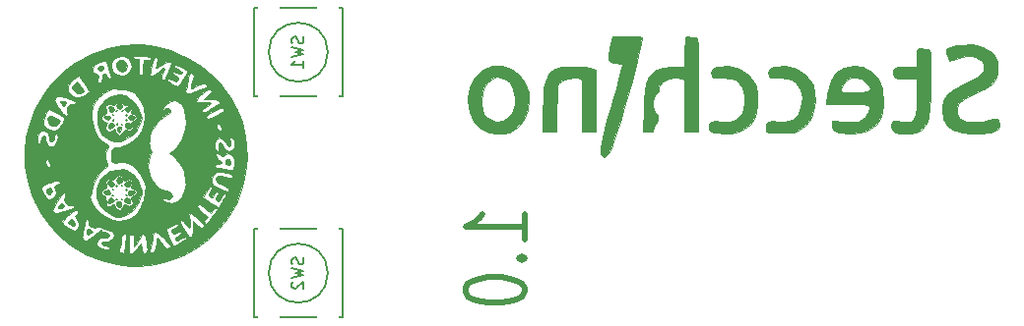
<source format=gbo>
G04 #@! TF.FileFunction,Legend,Bot*
%FSLAX46Y46*%
G04 Gerber Fmt 4.6, Leading zero omitted, Abs format (unit mm)*
G04 Created by KiCad (PCBNEW 4.0.2+dfsg1-stable) date Wed 06 Sep 2017 09:22:58 AM EDT*
%MOMM*%
G01*
G04 APERTURE LIST*
%ADD10C,0.100000*%
%ADD11C,0.508000*%
%ADD12C,0.150000*%
%ADD13C,0.010000*%
%ADD14C,1.924000*%
%ADD15C,2.432000*%
%ADD16O,2.398980X1.901140*%
%ADD17O,1.901140X2.398980*%
%ADD18O,3.900120X2.099260*%
%ADD19C,4.199840*%
%ADD20C,2.398980*%
%ADD21C,1.797000*%
%ADD22R,2.432000X2.432000*%
%ADD23O,2.432000X2.432000*%
%ADD24R,2.432000X2.127200*%
%ADD25O,2.432000X2.127200*%
G04 APERTURE END LIST*
D10*
D11*
X146443095Y-126002143D02*
X146443095Y-123825000D01*
X146443095Y-124913572D02*
X141363095Y-124913572D01*
X142088810Y-124550715D01*
X142572619Y-124187857D01*
X142814524Y-123825000D01*
X145959286Y-127635000D02*
X146201190Y-127816428D01*
X146443095Y-127635000D01*
X146201190Y-127453571D01*
X145959286Y-127635000D01*
X146443095Y-127635000D01*
X141363095Y-130175000D02*
X141363095Y-130537857D01*
X141605000Y-130900714D01*
X141846905Y-131082143D01*
X142330714Y-131263572D01*
X143298333Y-131445000D01*
X144507857Y-131445000D01*
X145475476Y-131263572D01*
X145959286Y-131082143D01*
X146201190Y-130900714D01*
X146443095Y-130537857D01*
X146443095Y-130175000D01*
X146201190Y-129812143D01*
X145959286Y-129630714D01*
X145475476Y-129449286D01*
X144507857Y-129267857D01*
X143298333Y-129267857D01*
X142330714Y-129449286D01*
X141846905Y-129630714D01*
X141605000Y-129812143D01*
X141363095Y-130175000D01*
D12*
X129540000Y-109855000D02*
G75*
G03X129540000Y-109855000I-2540000J0D01*
G01*
X123190000Y-106045000D02*
X123190000Y-113665000D01*
X123190000Y-113665000D02*
X130810000Y-113665000D01*
X130810000Y-113665000D02*
X130810000Y-106045000D01*
X123190000Y-106045000D02*
X130810000Y-106045000D01*
X129540000Y-128905000D02*
G75*
G03X129540000Y-128905000I-2540000J0D01*
G01*
X123190000Y-125095000D02*
X123190000Y-132715000D01*
X123190000Y-132715000D02*
X130810000Y-132715000D01*
X130810000Y-132715000D02*
X130810000Y-125095000D01*
X123190000Y-125095000D02*
X130810000Y-125095000D01*
D13*
G36*
X103501898Y-119688314D02*
X103714771Y-120909939D01*
X104095414Y-122118998D01*
X104328109Y-122671764D01*
X104931975Y-123803832D01*
X105659863Y-124820668D01*
X106510900Y-125721380D01*
X107484211Y-126505081D01*
X108578922Y-127170881D01*
X108918712Y-127341658D01*
X110100132Y-127822595D01*
X111303322Y-128142109D01*
X112515025Y-128297070D01*
X113030000Y-128312334D01*
X114241306Y-128228348D01*
X115449739Y-127978477D01*
X116642043Y-127565852D01*
X117141288Y-127341658D01*
X118271015Y-126710190D01*
X119279596Y-125960563D01*
X120166155Y-125093667D01*
X120929820Y-124110391D01*
X121569715Y-123011623D01*
X121731890Y-122671764D01*
X122185175Y-121479487D01*
X122472913Y-120261037D01*
X122594005Y-119024483D01*
X122547358Y-117777898D01*
X122472207Y-117221000D01*
X122376549Y-116682813D01*
X122278174Y-116244535D01*
X122158700Y-115846305D01*
X121999746Y-115428264D01*
X121782931Y-114930551D01*
X121739482Y-114834776D01*
X121172969Y-113770607D01*
X121172969Y-117169416D01*
X121293264Y-117173469D01*
X121400373Y-117309445D01*
X121474462Y-117540064D01*
X121496667Y-117777778D01*
X121474327Y-118031640D01*
X121386499Y-118190036D01*
X121274621Y-118278348D01*
X121024668Y-118363699D01*
X120795236Y-118283047D01*
X120592059Y-118039077D01*
X120536264Y-117932726D01*
X120412739Y-117744756D01*
X120282853Y-117647882D01*
X120259359Y-117644334D01*
X120175288Y-117673220D01*
X120146577Y-117786877D01*
X120162922Y-118025334D01*
X120179883Y-118262379D01*
X120152380Y-118375310D01*
X120068710Y-118406147D01*
X120056808Y-118406334D01*
X119923633Y-118332942D01*
X119888000Y-118255954D01*
X119888000Y-118485944D01*
X120215875Y-118674645D01*
X120424078Y-118786395D01*
X120546635Y-118814102D01*
X120641606Y-118763289D01*
X120687589Y-118719506D01*
X120915686Y-118589576D01*
X121159236Y-118622998D01*
X121327333Y-118745000D01*
X121439932Y-118915837D01*
X121489531Y-119166580D01*
X121495370Y-119358834D01*
X121481462Y-119634301D01*
X121447365Y-119848185D01*
X121421601Y-119917698D01*
X121360768Y-119969155D01*
X121241203Y-119989762D01*
X121030043Y-119979691D01*
X120694426Y-119939114D01*
X120572532Y-119922148D01*
X120207496Y-119867162D01*
X120088002Y-119842506D01*
X120088002Y-120149745D01*
X120420739Y-120158161D01*
X120871598Y-120244794D01*
X121179167Y-120324432D01*
X121310592Y-120424678D01*
X121298078Y-120596870D01*
X121262537Y-120662772D01*
X121175957Y-120707678D01*
X120989737Y-120695060D01*
X120687142Y-120626417D01*
X120305002Y-120546974D01*
X120057475Y-120548746D01*
X119928282Y-120636107D01*
X119901141Y-120813432D01*
X119903496Y-120836999D01*
X119941376Y-120972337D01*
X120042390Y-121078839D01*
X120243326Y-121185429D01*
X120459500Y-121274163D01*
X120778632Y-121416587D01*
X120948569Y-121539286D01*
X120988667Y-121632020D01*
X120964935Y-121765566D01*
X120876780Y-121820741D01*
X120698758Y-121797745D01*
X120405428Y-121696778D01*
X120257826Y-121637759D01*
X119865855Y-121451993D01*
X119624826Y-121264908D01*
X119517928Y-121052085D01*
X119528352Y-120789104D01*
X119569922Y-120638407D01*
X119685454Y-120385408D01*
X119850527Y-120224007D01*
X120088002Y-120149745D01*
X120088002Y-119842506D01*
X119980428Y-119820308D01*
X119861092Y-119770177D01*
X119819256Y-119705357D01*
X119820802Y-119638450D01*
X119882839Y-119511227D01*
X120049108Y-119466280D01*
X120113489Y-119464667D01*
X120349710Y-119445206D01*
X120427428Y-119379879D01*
X120348981Y-119258275D01*
X120189894Y-119124501D01*
X119958007Y-118891540D01*
X119888000Y-118690090D01*
X119888000Y-118485944D01*
X119888000Y-118255954D01*
X119837548Y-118146947D01*
X119802995Y-117899621D01*
X119824413Y-117642235D01*
X119906245Y-117426062D01*
X119965684Y-117354319D01*
X120194095Y-117236476D01*
X120430241Y-117286353D01*
X120670489Y-117502717D01*
X120758651Y-117623167D01*
X120948548Y-117875790D01*
X121074935Y-117971674D01*
X121138459Y-117910788D01*
X121139769Y-117693103D01*
X121129299Y-117605684D01*
X121114643Y-117324944D01*
X121162404Y-117177555D01*
X121172969Y-117169416D01*
X121172969Y-113770607D01*
X121134118Y-113697627D01*
X120407404Y-112678560D01*
X120404001Y-112674945D01*
X120404001Y-114646482D01*
X120482911Y-114669149D01*
X120536332Y-114727249D01*
X120610115Y-114866188D01*
X120612798Y-114926697D01*
X120527277Y-114984273D01*
X120325059Y-115095153D01*
X120168629Y-115175235D01*
X120168629Y-115941346D01*
X120272302Y-116080176D01*
X120322328Y-116185833D01*
X120399767Y-116439014D01*
X120373935Y-116589048D01*
X120249967Y-116618712D01*
X120198008Y-116602963D01*
X120084586Y-116488271D01*
X120014111Y-116292672D01*
X120000764Y-116089033D01*
X120058728Y-115950222D01*
X120069450Y-115942423D01*
X120168629Y-115941346D01*
X120168629Y-115175235D01*
X120042350Y-115239883D01*
X119891469Y-115314309D01*
X119556106Y-115472577D01*
X119419883Y-115526416D01*
X119419883Y-121469292D01*
X119523942Y-121480325D01*
X119535564Y-121589148D01*
X119454113Y-121814141D01*
X119404266Y-121922131D01*
X119318216Y-122125701D01*
X119313674Y-122236264D01*
X119383099Y-122304707D01*
X119530998Y-122373846D01*
X119636437Y-122331685D01*
X119748429Y-122155782D01*
X119761000Y-122131667D01*
X119884343Y-121958415D01*
X120007913Y-121878314D01*
X120017174Y-121877667D01*
X120121757Y-121917077D01*
X120122738Y-122048511D01*
X120019660Y-122291771D01*
X120007016Y-122316440D01*
X119926010Y-122506225D01*
X119939203Y-122609196D01*
X119981806Y-122645316D01*
X120094685Y-122684266D01*
X120196802Y-122627221D01*
X120316528Y-122450127D01*
X120402134Y-122288976D01*
X120523624Y-122082351D01*
X120616493Y-122013680D01*
X120686656Y-122042289D01*
X120730741Y-122119870D01*
X120709844Y-122252668D01*
X120614636Y-122473680D01*
X120503698Y-122689289D01*
X120342009Y-122964709D01*
X120203708Y-123146698D01*
X120111402Y-123205843D01*
X120107553Y-123204742D01*
X119993259Y-123143044D01*
X119777339Y-123012665D01*
X119499688Y-122837910D01*
X119397047Y-122771885D01*
X118788253Y-122378058D01*
X119039343Y-121937362D01*
X119194480Y-121696514D01*
X119338366Y-121525401D01*
X119419883Y-121469292D01*
X119419883Y-115526416D01*
X119339067Y-115558358D01*
X119209897Y-115580025D01*
X119138139Y-115545950D01*
X119122922Y-115525585D01*
X119054756Y-115396362D01*
X119044266Y-115358334D01*
X119114043Y-115302797D01*
X119300934Y-115188947D01*
X119571756Y-115036477D01*
X119736348Y-114947609D01*
X120063321Y-114776732D01*
X120275005Y-114679349D01*
X120404001Y-114646482D01*
X120404001Y-112674945D01*
X119559084Y-111777313D01*
X119337286Y-111598151D01*
X119337286Y-113026353D01*
X119428597Y-113085470D01*
X119451148Y-113107196D01*
X119518424Y-113194590D01*
X119507085Y-113281496D01*
X119398188Y-113405812D01*
X119224363Y-113560903D01*
X118859633Y-113876667D01*
X119422396Y-113892650D01*
X119844065Y-113931020D01*
X120108625Y-114019017D01*
X120221495Y-114158745D01*
X120226667Y-114205034D01*
X120158566Y-114288415D01*
X119976266Y-114430832D01*
X119712767Y-114607620D01*
X119570500Y-114695424D01*
X119220289Y-114894824D01*
X118985268Y-115000124D01*
X118845540Y-115019330D01*
X118808500Y-115002057D01*
X118721560Y-114902562D01*
X118737207Y-114805106D01*
X118872370Y-114681279D01*
X119083515Y-114540608D01*
X119296868Y-114393551D01*
X119435140Y-114274704D01*
X119464515Y-114228900D01*
X119387280Y-114197394D01*
X119183918Y-114181390D01*
X118897185Y-114184068D01*
X118874721Y-114185055D01*
X118485882Y-114190354D01*
X118421587Y-114180155D01*
X118421587Y-122979851D01*
X118516139Y-122987479D01*
X118667559Y-123073323D01*
X118908839Y-123251389D01*
X118971616Y-123299950D01*
X119482046Y-123696335D01*
X119663856Y-123475392D01*
X119821739Y-123338584D01*
X119966691Y-123295190D01*
X120050971Y-123354606D01*
X120057333Y-123397957D01*
X120007074Y-123489369D01*
X119872709Y-123676977D01*
X119678852Y-123927155D01*
X119582132Y-124047068D01*
X119368476Y-124308631D01*
X119199573Y-124514971D01*
X119100880Y-124635010D01*
X119086197Y-124652546D01*
X119024008Y-124618035D01*
X118967456Y-124557668D01*
X118922203Y-124438461D01*
X118997444Y-124288092D01*
X119037320Y-124238122D01*
X119205191Y-124036667D01*
X118722918Y-123602984D01*
X118479514Y-123376203D01*
X118348465Y-123226652D01*
X118310520Y-123125010D01*
X118346426Y-123041956D01*
X118350915Y-123036433D01*
X118421587Y-122979851D01*
X118421587Y-114180155D01*
X118257740Y-114154163D01*
X118184104Y-114063657D01*
X118258782Y-113906014D01*
X118475583Y-113668408D01*
X118577687Y-113569861D01*
X118879927Y-113288815D01*
X119089544Y-113113939D01*
X119233133Y-113031147D01*
X119337286Y-113026353D01*
X119337286Y-111598151D01*
X118588902Y-110993627D01*
X117775557Y-110497424D01*
X117775557Y-111616324D01*
X117890965Y-111679290D01*
X117972105Y-111747932D01*
X118007382Y-111828401D01*
X117996126Y-111962483D01*
X117937667Y-112191966D01*
X117879533Y-112393257D01*
X117800214Y-112680170D01*
X117750254Y-112891065D01*
X117738971Y-112985921D01*
X117741149Y-112987667D01*
X117828654Y-112952375D01*
X118024592Y-112859811D01*
X118286705Y-112729945D01*
X118289091Y-112728741D01*
X118565519Y-112593729D01*
X118740205Y-112529962D01*
X118861079Y-112529485D01*
X118976071Y-112584346D01*
X119013689Y-112608506D01*
X119147435Y-112720001D01*
X119176133Y-112796360D01*
X119175221Y-112797335D01*
X119079960Y-112849150D01*
X118864083Y-112948077D01*
X118563981Y-113077806D01*
X118349898Y-113167247D01*
X117963495Y-113319325D01*
X117698194Y-113403480D01*
X117696725Y-113403680D01*
X117696725Y-123691784D01*
X117792136Y-123723225D01*
X117974062Y-123854016D01*
X118212306Y-124060819D01*
X118370535Y-124212485D01*
X118636870Y-124480480D01*
X118798045Y-124659005D01*
X118870911Y-124776010D01*
X118872317Y-124859445D01*
X118819116Y-124937257D01*
X118812172Y-124944998D01*
X118725425Y-125025183D01*
X118641579Y-125030333D01*
X118519637Y-124945009D01*
X118327434Y-124762428D01*
X117983000Y-124424825D01*
X117976335Y-125021120D01*
X117954584Y-125397780D01*
X117892518Y-125631353D01*
X117779624Y-125745442D01*
X117644333Y-125766499D01*
X117558603Y-125697299D01*
X117419686Y-125520264D01*
X117252486Y-125275404D01*
X117081905Y-125002729D01*
X116932846Y-124742247D01*
X116830213Y-124533967D01*
X116798908Y-124417900D01*
X116801211Y-124411932D01*
X116924470Y-124333983D01*
X117093733Y-124411469D01*
X117299698Y-124639777D01*
X117321342Y-124669859D01*
X117474578Y-124866542D01*
X117596923Y-124988820D01*
X117635590Y-125008526D01*
X117666272Y-124931732D01*
X117675476Y-124724594D01*
X117661845Y-124424900D01*
X117658184Y-124379448D01*
X117638864Y-123988805D01*
X117660021Y-123756757D01*
X117696725Y-123691784D01*
X117696725Y-113403680D01*
X117523524Y-113427282D01*
X117412456Y-113400184D01*
X117296139Y-113271901D01*
X117305602Y-113171674D01*
X117347415Y-113024669D01*
X117408601Y-112761927D01*
X117477510Y-112434175D01*
X117493670Y-112352667D01*
X117561288Y-112031023D01*
X117623452Y-111776299D01*
X117669229Y-111632173D01*
X117677668Y-111617533D01*
X117775557Y-111616324D01*
X117775557Y-110497424D01*
X117496602Y-110327239D01*
X117141288Y-110148342D01*
X116381788Y-109839162D01*
X116381788Y-110871000D01*
X116489735Y-110907757D01*
X116690052Y-111001806D01*
X116937305Y-111128812D01*
X117186060Y-111264440D01*
X117390883Y-111384356D01*
X117506339Y-111464225D01*
X117517333Y-111479199D01*
X117474504Y-111575008D01*
X117360213Y-111775750D01*
X117195753Y-112044686D01*
X117122995Y-112159527D01*
X116941526Y-112441985D01*
X116796206Y-112665870D01*
X116709970Y-112795942D01*
X116697295Y-112813644D01*
X116603993Y-112808099D01*
X116419547Y-112733543D01*
X116333315Y-112689227D01*
X116333315Y-113997095D01*
X116636600Y-114089413D01*
X116909676Y-114345316D01*
X117147845Y-114763144D01*
X117184594Y-114850334D01*
X117309726Y-115343666D01*
X117334029Y-115917864D01*
X117257586Y-116517812D01*
X117181704Y-116809915D01*
X116939375Y-117418703D01*
X116624390Y-117936370D01*
X116259177Y-118326977D01*
X116211298Y-118364937D01*
X115903453Y-118599741D01*
X116153252Y-118751652D01*
X116460448Y-119007150D01*
X116757356Y-119370586D01*
X117004370Y-119783125D01*
X117161879Y-120185929D01*
X117183259Y-120281673D01*
X117261815Y-120723065D01*
X117309750Y-121039110D01*
X117325808Y-121271226D01*
X117308736Y-121460834D01*
X117257276Y-121649354D01*
X117170173Y-121878204D01*
X117131991Y-121973120D01*
X116991060Y-122297193D01*
X116865244Y-122505266D01*
X116720093Y-122643260D01*
X116557452Y-122738898D01*
X116554699Y-122739746D01*
X116554699Y-124616220D01*
X116643179Y-124638683D01*
X116671388Y-124672834D01*
X116676407Y-124779240D01*
X116546419Y-124899839D01*
X116439337Y-124964779D01*
X116204189Y-125117839D01*
X116109148Y-125247296D01*
X116134729Y-125386149D01*
X116162430Y-125433667D01*
X116236117Y-125507806D01*
X116344923Y-125494783D01*
X116512981Y-125408827D01*
X116724566Y-125315765D01*
X116853163Y-125333145D01*
X116874427Y-125351337D01*
X116903898Y-125455765D01*
X116789299Y-125590779D01*
X116775367Y-125602332D01*
X116602624Y-125728073D01*
X116484968Y-125791900D01*
X116427056Y-125884960D01*
X116442097Y-125970484D01*
X116489445Y-126053836D01*
X116571340Y-126062878D01*
X116735081Y-125994452D01*
X116834957Y-125944240D01*
X117111193Y-125816443D01*
X117271444Y-125780944D01*
X117340233Y-125835540D01*
X117348000Y-125898115D01*
X117277511Y-125997562D01*
X117092981Y-126135985D01*
X116842414Y-126279115D01*
X116574845Y-126408964D01*
X116365726Y-126500868D01*
X116262994Y-126534334D01*
X116207344Y-126462100D01*
X116110979Y-126273983D01*
X115992080Y-126012863D01*
X115868830Y-125721618D01*
X115759408Y-125443125D01*
X115681998Y-125220264D01*
X115654667Y-125099680D01*
X115724313Y-125028379D01*
X115905735Y-124911567D01*
X116126133Y-124791982D01*
X116394634Y-124664636D01*
X116554699Y-124616220D01*
X116554699Y-122739746D01*
X116163303Y-122860364D01*
X115780010Y-122813500D01*
X115510926Y-122678817D01*
X115346398Y-122542065D01*
X115337638Y-122463400D01*
X115476510Y-122458375D01*
X115608957Y-122491428D01*
X115845839Y-122538963D01*
X116001074Y-122496319D01*
X116032290Y-122473136D01*
X116152898Y-122290979D01*
X116127213Y-122095638D01*
X115972740Y-121916873D01*
X115706984Y-121784446D01*
X115612333Y-121759123D01*
X115109321Y-121577159D01*
X114739272Y-121297373D01*
X114739272Y-125349000D01*
X114876142Y-125410682D01*
X115094344Y-125581257D01*
X115367425Y-125839013D01*
X115487203Y-125962834D01*
X115749796Y-126246049D01*
X115908164Y-126435187D01*
X115977925Y-126555804D01*
X115974694Y-126633453D01*
X115927687Y-126683641D01*
X115775344Y-126758999D01*
X115700423Y-126761600D01*
X115605718Y-126683977D01*
X115445675Y-126510134D01*
X115273667Y-126301091D01*
X115092370Y-126078637D01*
X114950835Y-125920608D01*
X114883157Y-125863299D01*
X114846124Y-125936049D01*
X114804155Y-126130673D01*
X114775538Y-126331570D01*
X114708994Y-126730761D01*
X114615267Y-126981900D01*
X114483962Y-127105436D01*
X114371104Y-127127000D01*
X114296171Y-127124983D01*
X114248843Y-127101962D01*
X114230540Y-127032482D01*
X114242683Y-126891089D01*
X114286690Y-126652327D01*
X114363982Y-126290742D01*
X114436031Y-125962834D01*
X114514260Y-125640214D01*
X114583438Y-125452301D01*
X114659741Y-125366353D01*
X114739272Y-125349000D01*
X114739272Y-121297373D01*
X114704597Y-121271155D01*
X114385003Y-120828759D01*
X114208777Y-120441579D01*
X114109377Y-120052783D01*
X114073709Y-119618855D01*
X114100269Y-119198137D01*
X114187555Y-118848969D01*
X114253139Y-118719995D01*
X114354219Y-118515861D01*
X114340140Y-118344932D01*
X114319319Y-118296662D01*
X114226884Y-118057921D01*
X114181855Y-117898334D01*
X114168784Y-117676957D01*
X114194679Y-117370715D01*
X114249291Y-117036706D01*
X114322372Y-116732028D01*
X114403675Y-116513778D01*
X114440190Y-116459000D01*
X114557247Y-116316660D01*
X114721424Y-116097582D01*
X114810749Y-115972446D01*
X115095880Y-115663051D01*
X115430880Y-115439807D01*
X115702617Y-115271692D01*
X115894154Y-115075260D01*
X115977776Y-114885663D01*
X115955989Y-114773740D01*
X115826262Y-114694308D01*
X115649202Y-114692624D01*
X115527667Y-114765667D01*
X115420367Y-114846854D01*
X115330971Y-114801196D01*
X115316000Y-114733186D01*
X115374868Y-114614223D01*
X115525913Y-114435260D01*
X115654910Y-114309852D01*
X116004519Y-114070021D01*
X116333315Y-113997095D01*
X116333315Y-112689227D01*
X116192410Y-112616813D01*
X115971032Y-112484745D01*
X115803866Y-112364178D01*
X115739333Y-112283031D01*
X115765498Y-112155911D01*
X115863281Y-112128021D01*
X116061616Y-112197180D01*
X116173196Y-112250347D01*
X116394887Y-112348865D01*
X116518672Y-112365044D01*
X116591256Y-112304638D01*
X116592899Y-112302070D01*
X116663396Y-112116556D01*
X116587642Y-111979955D01*
X116416667Y-111887000D01*
X116216483Y-111759843D01*
X116163179Y-111616757D01*
X116215734Y-111523488D01*
X116318784Y-111522139D01*
X116499102Y-111589779D01*
X116519709Y-111600170D01*
X116746239Y-111678107D01*
X116925190Y-111671859D01*
X117008129Y-111584622D01*
X117009333Y-111567862D01*
X116939765Y-111493511D01*
X116762255Y-111381803D01*
X116630217Y-111313220D01*
X116388224Y-111173013D01*
X116295682Y-111055278D01*
X116300609Y-111000016D01*
X116360087Y-110887403D01*
X116381788Y-110871000D01*
X116381788Y-109839162D01*
X115959868Y-109667405D01*
X114756678Y-109347891D01*
X114714965Y-109342557D01*
X114714965Y-110296381D01*
X114800297Y-110318222D01*
X114890945Y-110361626D01*
X114920520Y-110444823D01*
X114893872Y-110614218D01*
X114849536Y-110789354D01*
X114794595Y-111025938D01*
X114773531Y-111178393D01*
X114781427Y-111209667D01*
X114873226Y-111165868D01*
X115037580Y-111059651D01*
X115048930Y-111051711D01*
X115396171Y-110833788D01*
X115691654Y-110698636D01*
X115903449Y-110659881D01*
X115945637Y-110668991D01*
X116025618Y-110709106D01*
X116062411Y-110773217D01*
X116051545Y-110892193D01*
X115988547Y-111096902D01*
X115868945Y-111418212D01*
X115817846Y-111551065D01*
X115674172Y-111899249D01*
X115560545Y-112110072D01*
X115460914Y-112209112D01*
X115394512Y-112225667D01*
X115277481Y-112195957D01*
X115239504Y-112088752D01*
X115278926Y-111876940D01*
X115358333Y-111633000D01*
X115434611Y-111410410D01*
X115479912Y-111265862D01*
X115485333Y-111241355D01*
X115430410Y-111206682D01*
X115270096Y-111294885D01*
X115011071Y-111501901D01*
X114910011Y-111591151D01*
X114643835Y-111798809D01*
X114428222Y-111907625D01*
X114284739Y-111913108D01*
X114234951Y-111810770D01*
X114248732Y-111728807D01*
X114281381Y-111580314D01*
X114331242Y-111319076D01*
X114387981Y-110999425D01*
X114392495Y-110973030D01*
X114459554Y-110619562D01*
X114524351Y-110407112D01*
X114603837Y-110308459D01*
X114714965Y-110296381D01*
X114714965Y-109342557D01*
X113544974Y-109192930D01*
X113077368Y-109179071D01*
X113077368Y-110175209D01*
X113422502Y-110180744D01*
X113495376Y-110183152D01*
X113895328Y-110199551D01*
X114152818Y-110220386D01*
X114294695Y-110252894D01*
X114347808Y-110304315D01*
X114339006Y-110381885D01*
X114329577Y-110408045D01*
X114212267Y-110500371D01*
X114004555Y-110532334D01*
X113727228Y-110532334D01*
X113667723Y-111167334D01*
X113631533Y-111494914D01*
X113591245Y-111687296D01*
X113535008Y-111778438D01*
X113450972Y-111802297D01*
X113446109Y-111802334D01*
X113364911Y-111786248D01*
X113316356Y-111715361D01*
X113292255Y-111555725D01*
X113284417Y-111273393D01*
X113284000Y-111130365D01*
X113284000Y-110458396D01*
X113008833Y-110431865D01*
X112800586Y-110376375D01*
X112733667Y-110281079D01*
X112762129Y-110221626D01*
X112866970Y-110187586D01*
X113077368Y-110175209D01*
X113077368Y-109179071D01*
X113030000Y-109177667D01*
X112010616Y-109248346D01*
X112010616Y-110199438D01*
X112186902Y-110234403D01*
X112341452Y-110342257D01*
X112433447Y-110430755D01*
X112643093Y-110741454D01*
X112687256Y-111086412D01*
X112570683Y-111451388D01*
X112348215Y-111706393D01*
X112017483Y-111855898D01*
X111750450Y-111887000D01*
X111401716Y-111826329D01*
X111293549Y-111743767D01*
X111293549Y-113000766D01*
X111626745Y-113020206D01*
X111711920Y-113027359D01*
X112074820Y-113071620D01*
X112406127Y-113134481D01*
X112641974Y-113203456D01*
X112665665Y-113213791D01*
X112929479Y-113401879D01*
X113204827Y-113699944D01*
X113454229Y-114055876D01*
X113640211Y-114417566D01*
X113718396Y-114677538D01*
X113789868Y-115425258D01*
X113736517Y-116067588D01*
X113555370Y-116616720D01*
X113243454Y-117084848D01*
X113093546Y-117240690D01*
X112689275Y-117576091D01*
X112275720Y-117833213D01*
X111887389Y-117994980D01*
X111558789Y-118044319D01*
X111485591Y-118036298D01*
X111228704Y-118021218D01*
X111062848Y-118105575D01*
X110964018Y-118313336D01*
X110914618Y-118606327D01*
X110884798Y-118976471D01*
X110910520Y-119208470D01*
X111016398Y-119330665D01*
X111227049Y-119371397D01*
X111567089Y-119359006D01*
X111568302Y-119358919D01*
X112011315Y-119356047D01*
X112369091Y-119434014D01*
X112698960Y-119614353D01*
X113058145Y-119918496D01*
X113473706Y-120395148D01*
X113735725Y-120899661D01*
X113848493Y-121450714D01*
X113816298Y-122066985D01*
X113683074Y-122639667D01*
X113652073Y-122724817D01*
X113652073Y-125520596D01*
X113763444Y-125588755D01*
X113856533Y-125822226D01*
X113930667Y-126196683D01*
X113989530Y-126614057D01*
X114012785Y-126892506D01*
X113996525Y-127059442D01*
X113936840Y-127142280D01*
X113829823Y-127168434D01*
X113792000Y-127169334D01*
X113668858Y-127154091D01*
X113597739Y-127081039D01*
X113555638Y-126909187D01*
X113530634Y-126703667D01*
X113501803Y-126468610D01*
X113478147Y-126337823D01*
X113467134Y-126331913D01*
X113395258Y-126475717D01*
X113237160Y-126675743D01*
X113034308Y-126889943D01*
X112828172Y-127076271D01*
X112660222Y-127192679D01*
X112599471Y-127211667D01*
X112523986Y-127197795D01*
X112476330Y-127135352D01*
X112450206Y-126993097D01*
X112439316Y-126739789D01*
X112437333Y-126407334D01*
X112438803Y-126034715D01*
X112448777Y-125799711D01*
X112475603Y-125670603D01*
X112527627Y-125615674D01*
X112613196Y-125603204D01*
X112649000Y-125603000D01*
X112765322Y-125613438D01*
X112828682Y-125670980D01*
X112855113Y-125814965D01*
X112860645Y-126084732D01*
X112860667Y-126122418D01*
X112860667Y-126641836D01*
X113018363Y-126439918D01*
X113154925Y-126237827D01*
X113309684Y-125971314D01*
X113361480Y-125872816D01*
X113519169Y-125615900D01*
X113652073Y-125520596D01*
X113652073Y-122724817D01*
X113469124Y-123227322D01*
X113211223Y-123670871D01*
X112887369Y-123994114D01*
X112475560Y-124220850D01*
X112113573Y-124337362D01*
X112027700Y-124346296D01*
X112027700Y-125518334D01*
X112119361Y-125529734D01*
X112166067Y-125588622D01*
X112175497Y-125732028D01*
X112155333Y-125996983D01*
X112146242Y-126089834D01*
X112109781Y-126428584D01*
X112071835Y-126737412D01*
X112044742Y-126923427D01*
X111993368Y-127103819D01*
X111895530Y-127157362D01*
X111795363Y-127146390D01*
X111640207Y-127110818D01*
X111590667Y-127090346D01*
X111603750Y-127005019D01*
X111637745Y-126800411D01*
X111676713Y-126571050D01*
X111732302Y-126244159D01*
X111783195Y-125941023D01*
X111807549Y-125793500D01*
X111870216Y-125592627D01*
X111988236Y-125520699D01*
X112027700Y-125518334D01*
X112027700Y-124346296D01*
X111565205Y-124394418D01*
X111006070Y-124302912D01*
X110465659Y-124078757D01*
X109973465Y-123737868D01*
X109558979Y-123296161D01*
X109265247Y-122800309D01*
X109142088Y-122497384D01*
X109097493Y-122296928D01*
X109122824Y-122156258D01*
X109131392Y-122139031D01*
X109200450Y-121924441D01*
X109220000Y-121745456D01*
X109278973Y-121436615D01*
X109437659Y-121059175D01*
X109668702Y-120656468D01*
X109944751Y-120271827D01*
X110238453Y-119948581D01*
X110473645Y-119759489D01*
X110594334Y-119669107D01*
X110624672Y-119572951D01*
X110573754Y-119407951D01*
X110537145Y-119319220D01*
X110422888Y-118940008D01*
X110433949Y-118595306D01*
X110532333Y-118292393D01*
X110629897Y-118030464D01*
X110641340Y-117872624D01*
X110557809Y-117772287D01*
X110420495Y-117703746D01*
X110078387Y-117471948D01*
X109772213Y-117092993D01*
X109516991Y-116587764D01*
X109418111Y-116310093D01*
X109307976Y-115924152D01*
X109254556Y-115611637D01*
X109248156Y-115290208D01*
X109266128Y-115019667D01*
X109352957Y-114498900D01*
X109528589Y-114073667D01*
X109814288Y-113715447D01*
X110231321Y-113395716D01*
X110653587Y-113158680D01*
X110864642Y-113062846D01*
X111058739Y-113012594D01*
X111293549Y-113000766D01*
X111293549Y-111743767D01*
X111149042Y-111633465D01*
X111041210Y-111465361D01*
X110917507Y-111082018D01*
X110949292Y-110742193D01*
X111124041Y-110468305D01*
X111429227Y-110282772D01*
X111739929Y-110214728D01*
X112010616Y-110199438D01*
X112010616Y-109248346D01*
X111818694Y-109261653D01*
X110610261Y-109511523D01*
X110425179Y-109575575D01*
X110425179Y-110567489D01*
X110485065Y-110583843D01*
X110533638Y-110687603D01*
X110609844Y-110906482D01*
X110699132Y-111191603D01*
X110786956Y-111494090D01*
X110858766Y-111765065D01*
X110900015Y-111955653D01*
X110904456Y-111992834D01*
X110846350Y-112118228D01*
X110752282Y-112141000D01*
X110597132Y-112059879D01*
X110498895Y-111876124D01*
X110423826Y-111704730D01*
X110348651Y-111672656D01*
X110278946Y-111717158D01*
X110190190Y-111870953D01*
X110151399Y-112096880D01*
X110151333Y-112106055D01*
X110102113Y-112360589D01*
X109987138Y-112476917D01*
X109827107Y-112516476D01*
X109752763Y-112414902D01*
X109761964Y-112168688D01*
X109770015Y-112121274D01*
X109784799Y-111920426D01*
X109708208Y-111794649D01*
X109562455Y-111700438D01*
X109354256Y-111507764D01*
X109295039Y-111272049D01*
X109386019Y-111032948D01*
X109537500Y-110886374D01*
X109743254Y-110770302D01*
X109996120Y-110666863D01*
X110241596Y-110593459D01*
X110425179Y-110567489D01*
X110425179Y-109575575D01*
X109417956Y-109924149D01*
X108918712Y-110148342D01*
X108113197Y-110598589D01*
X108113197Y-111881052D01*
X108577003Y-112497859D01*
X108779156Y-112778576D01*
X108931281Y-113012689D01*
X109011425Y-113165272D01*
X109017872Y-113199334D01*
X108940252Y-113293323D01*
X108790815Y-113420052D01*
X108790815Y-124222009D01*
X108894415Y-124255335D01*
X109008831Y-124381250D01*
X109001455Y-124541928D01*
X108994947Y-124694432D01*
X109093447Y-124809198D01*
X109228294Y-124887623D01*
X109450737Y-124976436D01*
X109608818Y-124962297D01*
X109657373Y-124936548D01*
X109818606Y-124887977D01*
X110032669Y-124940908D01*
X110085938Y-124963294D01*
X110350870Y-125063669D01*
X110597987Y-125134315D01*
X110881264Y-125252932D01*
X111076835Y-125447939D01*
X111159454Y-125680133D01*
X111103877Y-125910309D01*
X111100814Y-125915203D01*
X110947809Y-126037378D01*
X110692795Y-126137628D01*
X110403087Y-126191922D01*
X110315155Y-126195667D01*
X110139140Y-126215705D01*
X110066667Y-126263400D01*
X110141762Y-126407374D01*
X110329164Y-126508143D01*
X110506933Y-126534334D01*
X110683429Y-126563857D01*
X110742353Y-126675216D01*
X110744000Y-126714745D01*
X110723958Y-126831096D01*
X110632002Y-126866895D01*
X110438711Y-126845615D01*
X110115092Y-126752013D01*
X109844376Y-126600099D01*
X109680944Y-126421608D01*
X109669986Y-126397001D01*
X109665855Y-126227705D01*
X109715054Y-126063268D01*
X109814007Y-125923004D01*
X109977862Y-125864893D01*
X110142593Y-125857000D01*
X110498839Y-125830539D01*
X110697104Y-125750469D01*
X110744000Y-125649865D01*
X110672321Y-125543622D01*
X110500998Y-125435849D01*
X110295601Y-125362137D01*
X110189683Y-125349000D01*
X110084888Y-125279886D01*
X110066667Y-125204372D01*
X110031879Y-125153359D01*
X109917714Y-125215748D01*
X109709468Y-125399618D01*
X109706833Y-125402124D01*
X109349194Y-125726095D01*
X109055432Y-125959140D01*
X108844037Y-126087410D01*
X108764082Y-126108307D01*
X108624395Y-126058739D01*
X108524004Y-125994971D01*
X108447284Y-125914333D01*
X108416722Y-125795687D01*
X108428170Y-125593362D01*
X108464639Y-125341497D01*
X108526314Y-124996943D01*
X108596207Y-124669479D01*
X108643787Y-124484781D01*
X108715648Y-124286127D01*
X108790815Y-124222009D01*
X108790815Y-113420052D01*
X108767328Y-113439971D01*
X108640790Y-113533585D01*
X108254591Y-113735574D01*
X107901210Y-113772181D01*
X107576751Y-113643328D01*
X107416405Y-113509149D01*
X107207014Y-113217443D01*
X107159778Y-112998420D01*
X107230245Y-112718170D01*
X107416855Y-112417936D01*
X107682423Y-112149589D01*
X107852434Y-112032193D01*
X108113197Y-111881052D01*
X108113197Y-110598589D01*
X107788985Y-110779810D01*
X106780404Y-111529437D01*
X106439774Y-111862511D01*
X106439774Y-113619534D01*
X106492084Y-113629572D01*
X106942229Y-113743377D01*
X107325390Y-113866107D01*
X107626255Y-113988761D01*
X107829515Y-114102339D01*
X107919857Y-114197840D01*
X107881971Y-114266262D01*
X107806592Y-114279700D01*
X107806592Y-123445235D01*
X107928070Y-123448738D01*
X108000566Y-123493166D01*
X108071305Y-123582757D01*
X108032104Y-123687461D01*
X107941877Y-123791313D01*
X107758780Y-123986211D01*
X107985873Y-124256096D01*
X108158397Y-124550201D01*
X108165848Y-124820632D01*
X108008644Y-125059429D01*
X107940618Y-125115526D01*
X107797634Y-125212432D01*
X107683515Y-125234905D01*
X107530753Y-125181694D01*
X107377121Y-125105095D01*
X107117901Y-124941301D01*
X106896961Y-124750107D01*
X106854234Y-124701000D01*
X106673794Y-124471608D01*
X107121397Y-124015061D01*
X107427027Y-123714285D01*
X107647501Y-123529047D01*
X107806592Y-123445235D01*
X107806592Y-114279700D01*
X107700545Y-114298606D01*
X107632528Y-114300000D01*
X107366824Y-114365739D01*
X107172382Y-114533800D01*
X107082704Y-114760446D01*
X107116865Y-114973222D01*
X107173918Y-115167477D01*
X107121558Y-115289308D01*
X107033537Y-115335119D01*
X106925780Y-115294391D01*
X106781445Y-115151191D01*
X106583686Y-114889585D01*
X106374665Y-114582793D01*
X106185954Y-114293895D01*
X106080306Y-114106320D01*
X106045522Y-113981399D01*
X106069402Y-113880459D01*
X106124119Y-113788585D01*
X106263980Y-113639019D01*
X106439774Y-113619534D01*
X106439774Y-111862511D01*
X105893844Y-112396333D01*
X105555950Y-112831397D01*
X105555950Y-114741510D01*
X106244891Y-115113422D01*
X106545830Y-115282632D01*
X106780127Y-115427226D01*
X106914537Y-115526032D01*
X106933916Y-115552206D01*
X106898443Y-115663673D01*
X106881415Y-115701518D01*
X106881415Y-121962334D01*
X106949645Y-122032300D01*
X106973460Y-122191053D01*
X106944237Y-122361870D01*
X106929858Y-122393406D01*
X106891242Y-122560304D01*
X106964093Y-122764345D01*
X106993662Y-122816655D01*
X107123888Y-122991684D01*
X107264684Y-123042446D01*
X107375782Y-123029376D01*
X107584324Y-123033144D01*
X107687449Y-123129160D01*
X107719825Y-123207913D01*
X107699528Y-123272475D01*
X107602131Y-123335980D01*
X107403207Y-123411564D01*
X107078328Y-123512359D01*
X106849603Y-123579652D01*
X106486712Y-123680193D01*
X106247897Y-123726036D01*
X106096756Y-123716528D01*
X105996887Y-123651013D01*
X105932768Y-123563185D01*
X105881051Y-123445483D01*
X105893735Y-123316103D01*
X105982952Y-123126944D01*
X106087610Y-122949352D01*
X106257853Y-122690067D01*
X106452114Y-122424844D01*
X106640730Y-122190564D01*
X106794039Y-122024110D01*
X106881415Y-121962334D01*
X106881415Y-115701518D01*
X106809714Y-115860877D01*
X106773676Y-115933206D01*
X106547319Y-116289730D01*
X106360897Y-116444177D01*
X106360897Y-120909033D01*
X106430404Y-120951389D01*
X106435644Y-120959039D01*
X106498712Y-121087985D01*
X106456399Y-121169297D01*
X106281457Y-121249689D01*
X106261746Y-121257166D01*
X106100974Y-121331122D01*
X106052627Y-121425483D01*
X106090728Y-121604507D01*
X106103853Y-121647718D01*
X106156639Y-122012364D01*
X106071037Y-122295067D01*
X105877951Y-122469111D01*
X105618996Y-122525995D01*
X105373728Y-122418715D01*
X105151029Y-122152370D01*
X105072179Y-122006415D01*
X104941202Y-121710668D01*
X104898437Y-121503138D01*
X104961380Y-121354516D01*
X105147529Y-121235491D01*
X105474379Y-121116753D01*
X105632607Y-121067594D01*
X105993143Y-120962926D01*
X106225525Y-120911475D01*
X106360897Y-120909033D01*
X106360897Y-116444177D01*
X106297751Y-116496493D01*
X105998715Y-116573043D01*
X105912674Y-116574113D01*
X105550178Y-116507021D01*
X105271130Y-116341712D01*
X105151628Y-116160211D01*
X105151628Y-116577662D01*
X105374738Y-116667545D01*
X105519319Y-116866585D01*
X105534664Y-116921787D01*
X105589237Y-117184149D01*
X105623280Y-117348000D01*
X105699360Y-117527477D01*
X105802739Y-117565729D01*
X105905836Y-117481728D01*
X105981069Y-117294441D01*
X106002667Y-117087075D01*
X106045225Y-116924637D01*
X106172000Y-116882334D01*
X106303419Y-116949909D01*
X106341806Y-117137953D01*
X106285617Y-117424446D01*
X106222062Y-117596561D01*
X106054512Y-117842257D01*
X105836969Y-117961145D01*
X105610939Y-117950119D01*
X105417930Y-117806074D01*
X105404635Y-117782111D01*
X105404635Y-119083667D01*
X105531418Y-119134095D01*
X105595573Y-119308847D01*
X105602752Y-119358834D01*
X105630246Y-119567533D01*
X105649910Y-119694885D01*
X105650450Y-119697500D01*
X105592144Y-119749849D01*
X105504541Y-119761000D01*
X105354379Y-119686296D01*
X105294031Y-119570500D01*
X105243418Y-119284076D01*
X105284724Y-119126961D01*
X105404635Y-119083667D01*
X105404635Y-117782111D01*
X105338376Y-117662685D01*
X105260498Y-117410295D01*
X105223437Y-117221000D01*
X105165054Y-117041893D01*
X105071591Y-117005807D01*
X104974926Y-117100229D01*
X104906934Y-117312645D01*
X104902000Y-117347180D01*
X104838241Y-117602259D01*
X104724837Y-117710081D01*
X104711500Y-117713222D01*
X104609940Y-117698246D01*
X104568280Y-117575366D01*
X104563333Y-117444387D01*
X104614024Y-117039892D01*
X104759907Y-116747844D01*
X104908657Y-116624771D01*
X105151628Y-116577662D01*
X105151628Y-116160211D01*
X105112857Y-116101325D01*
X105104970Y-116073492D01*
X105096592Y-115807355D01*
X105162938Y-115473660D01*
X105284658Y-115145648D01*
X105403527Y-114943581D01*
X105555950Y-114741510D01*
X105555950Y-112831397D01*
X105130180Y-113379610D01*
X104490285Y-114478377D01*
X104328109Y-114818236D01*
X103869901Y-116019084D01*
X103579463Y-117235782D01*
X103456796Y-118461227D01*
X103501898Y-119688314D01*
X103501898Y-119688314D01*
G37*
X103501898Y-119688314D02*
X103714771Y-120909939D01*
X104095414Y-122118998D01*
X104328109Y-122671764D01*
X104931975Y-123803832D01*
X105659863Y-124820668D01*
X106510900Y-125721380D01*
X107484211Y-126505081D01*
X108578922Y-127170881D01*
X108918712Y-127341658D01*
X110100132Y-127822595D01*
X111303322Y-128142109D01*
X112515025Y-128297070D01*
X113030000Y-128312334D01*
X114241306Y-128228348D01*
X115449739Y-127978477D01*
X116642043Y-127565852D01*
X117141288Y-127341658D01*
X118271015Y-126710190D01*
X119279596Y-125960563D01*
X120166155Y-125093667D01*
X120929820Y-124110391D01*
X121569715Y-123011623D01*
X121731890Y-122671764D01*
X122185175Y-121479487D01*
X122472913Y-120261037D01*
X122594005Y-119024483D01*
X122547358Y-117777898D01*
X122472207Y-117221000D01*
X122376549Y-116682813D01*
X122278174Y-116244535D01*
X122158700Y-115846305D01*
X121999746Y-115428264D01*
X121782931Y-114930551D01*
X121739482Y-114834776D01*
X121172969Y-113770607D01*
X121172969Y-117169416D01*
X121293264Y-117173469D01*
X121400373Y-117309445D01*
X121474462Y-117540064D01*
X121496667Y-117777778D01*
X121474327Y-118031640D01*
X121386499Y-118190036D01*
X121274621Y-118278348D01*
X121024668Y-118363699D01*
X120795236Y-118283047D01*
X120592059Y-118039077D01*
X120536264Y-117932726D01*
X120412739Y-117744756D01*
X120282853Y-117647882D01*
X120259359Y-117644334D01*
X120175288Y-117673220D01*
X120146577Y-117786877D01*
X120162922Y-118025334D01*
X120179883Y-118262379D01*
X120152380Y-118375310D01*
X120068710Y-118406147D01*
X120056808Y-118406334D01*
X119923633Y-118332942D01*
X119888000Y-118255954D01*
X119888000Y-118485944D01*
X120215875Y-118674645D01*
X120424078Y-118786395D01*
X120546635Y-118814102D01*
X120641606Y-118763289D01*
X120687589Y-118719506D01*
X120915686Y-118589576D01*
X121159236Y-118622998D01*
X121327333Y-118745000D01*
X121439932Y-118915837D01*
X121489531Y-119166580D01*
X121495370Y-119358834D01*
X121481462Y-119634301D01*
X121447365Y-119848185D01*
X121421601Y-119917698D01*
X121360768Y-119969155D01*
X121241203Y-119989762D01*
X121030043Y-119979691D01*
X120694426Y-119939114D01*
X120572532Y-119922148D01*
X120207496Y-119867162D01*
X120088002Y-119842506D01*
X120088002Y-120149745D01*
X120420739Y-120158161D01*
X120871598Y-120244794D01*
X121179167Y-120324432D01*
X121310592Y-120424678D01*
X121298078Y-120596870D01*
X121262537Y-120662772D01*
X121175957Y-120707678D01*
X120989737Y-120695060D01*
X120687142Y-120626417D01*
X120305002Y-120546974D01*
X120057475Y-120548746D01*
X119928282Y-120636107D01*
X119901141Y-120813432D01*
X119903496Y-120836999D01*
X119941376Y-120972337D01*
X120042390Y-121078839D01*
X120243326Y-121185429D01*
X120459500Y-121274163D01*
X120778632Y-121416587D01*
X120948569Y-121539286D01*
X120988667Y-121632020D01*
X120964935Y-121765566D01*
X120876780Y-121820741D01*
X120698758Y-121797745D01*
X120405428Y-121696778D01*
X120257826Y-121637759D01*
X119865855Y-121451993D01*
X119624826Y-121264908D01*
X119517928Y-121052085D01*
X119528352Y-120789104D01*
X119569922Y-120638407D01*
X119685454Y-120385408D01*
X119850527Y-120224007D01*
X120088002Y-120149745D01*
X120088002Y-119842506D01*
X119980428Y-119820308D01*
X119861092Y-119770177D01*
X119819256Y-119705357D01*
X119820802Y-119638450D01*
X119882839Y-119511227D01*
X120049108Y-119466280D01*
X120113489Y-119464667D01*
X120349710Y-119445206D01*
X120427428Y-119379879D01*
X120348981Y-119258275D01*
X120189894Y-119124501D01*
X119958007Y-118891540D01*
X119888000Y-118690090D01*
X119888000Y-118485944D01*
X119888000Y-118255954D01*
X119837548Y-118146947D01*
X119802995Y-117899621D01*
X119824413Y-117642235D01*
X119906245Y-117426062D01*
X119965684Y-117354319D01*
X120194095Y-117236476D01*
X120430241Y-117286353D01*
X120670489Y-117502717D01*
X120758651Y-117623167D01*
X120948548Y-117875790D01*
X121074935Y-117971674D01*
X121138459Y-117910788D01*
X121139769Y-117693103D01*
X121129299Y-117605684D01*
X121114643Y-117324944D01*
X121162404Y-117177555D01*
X121172969Y-117169416D01*
X121172969Y-113770607D01*
X121134118Y-113697627D01*
X120407404Y-112678560D01*
X120404001Y-112674945D01*
X120404001Y-114646482D01*
X120482911Y-114669149D01*
X120536332Y-114727249D01*
X120610115Y-114866188D01*
X120612798Y-114926697D01*
X120527277Y-114984273D01*
X120325059Y-115095153D01*
X120168629Y-115175235D01*
X120168629Y-115941346D01*
X120272302Y-116080176D01*
X120322328Y-116185833D01*
X120399767Y-116439014D01*
X120373935Y-116589048D01*
X120249967Y-116618712D01*
X120198008Y-116602963D01*
X120084586Y-116488271D01*
X120014111Y-116292672D01*
X120000764Y-116089033D01*
X120058728Y-115950222D01*
X120069450Y-115942423D01*
X120168629Y-115941346D01*
X120168629Y-115175235D01*
X120042350Y-115239883D01*
X119891469Y-115314309D01*
X119556106Y-115472577D01*
X119419883Y-115526416D01*
X119419883Y-121469292D01*
X119523942Y-121480325D01*
X119535564Y-121589148D01*
X119454113Y-121814141D01*
X119404266Y-121922131D01*
X119318216Y-122125701D01*
X119313674Y-122236264D01*
X119383099Y-122304707D01*
X119530998Y-122373846D01*
X119636437Y-122331685D01*
X119748429Y-122155782D01*
X119761000Y-122131667D01*
X119884343Y-121958415D01*
X120007913Y-121878314D01*
X120017174Y-121877667D01*
X120121757Y-121917077D01*
X120122738Y-122048511D01*
X120019660Y-122291771D01*
X120007016Y-122316440D01*
X119926010Y-122506225D01*
X119939203Y-122609196D01*
X119981806Y-122645316D01*
X120094685Y-122684266D01*
X120196802Y-122627221D01*
X120316528Y-122450127D01*
X120402134Y-122288976D01*
X120523624Y-122082351D01*
X120616493Y-122013680D01*
X120686656Y-122042289D01*
X120730741Y-122119870D01*
X120709844Y-122252668D01*
X120614636Y-122473680D01*
X120503698Y-122689289D01*
X120342009Y-122964709D01*
X120203708Y-123146698D01*
X120111402Y-123205843D01*
X120107553Y-123204742D01*
X119993259Y-123143044D01*
X119777339Y-123012665D01*
X119499688Y-122837910D01*
X119397047Y-122771885D01*
X118788253Y-122378058D01*
X119039343Y-121937362D01*
X119194480Y-121696514D01*
X119338366Y-121525401D01*
X119419883Y-121469292D01*
X119419883Y-115526416D01*
X119339067Y-115558358D01*
X119209897Y-115580025D01*
X119138139Y-115545950D01*
X119122922Y-115525585D01*
X119054756Y-115396362D01*
X119044266Y-115358334D01*
X119114043Y-115302797D01*
X119300934Y-115188947D01*
X119571756Y-115036477D01*
X119736348Y-114947609D01*
X120063321Y-114776732D01*
X120275005Y-114679349D01*
X120404001Y-114646482D01*
X120404001Y-112674945D01*
X119559084Y-111777313D01*
X119337286Y-111598151D01*
X119337286Y-113026353D01*
X119428597Y-113085470D01*
X119451148Y-113107196D01*
X119518424Y-113194590D01*
X119507085Y-113281496D01*
X119398188Y-113405812D01*
X119224363Y-113560903D01*
X118859633Y-113876667D01*
X119422396Y-113892650D01*
X119844065Y-113931020D01*
X120108625Y-114019017D01*
X120221495Y-114158745D01*
X120226667Y-114205034D01*
X120158566Y-114288415D01*
X119976266Y-114430832D01*
X119712767Y-114607620D01*
X119570500Y-114695424D01*
X119220289Y-114894824D01*
X118985268Y-115000124D01*
X118845540Y-115019330D01*
X118808500Y-115002057D01*
X118721560Y-114902562D01*
X118737207Y-114805106D01*
X118872370Y-114681279D01*
X119083515Y-114540608D01*
X119296868Y-114393551D01*
X119435140Y-114274704D01*
X119464515Y-114228900D01*
X119387280Y-114197394D01*
X119183918Y-114181390D01*
X118897185Y-114184068D01*
X118874721Y-114185055D01*
X118485882Y-114190354D01*
X118421587Y-114180155D01*
X118421587Y-122979851D01*
X118516139Y-122987479D01*
X118667559Y-123073323D01*
X118908839Y-123251389D01*
X118971616Y-123299950D01*
X119482046Y-123696335D01*
X119663856Y-123475392D01*
X119821739Y-123338584D01*
X119966691Y-123295190D01*
X120050971Y-123354606D01*
X120057333Y-123397957D01*
X120007074Y-123489369D01*
X119872709Y-123676977D01*
X119678852Y-123927155D01*
X119582132Y-124047068D01*
X119368476Y-124308631D01*
X119199573Y-124514971D01*
X119100880Y-124635010D01*
X119086197Y-124652546D01*
X119024008Y-124618035D01*
X118967456Y-124557668D01*
X118922203Y-124438461D01*
X118997444Y-124288092D01*
X119037320Y-124238122D01*
X119205191Y-124036667D01*
X118722918Y-123602984D01*
X118479514Y-123376203D01*
X118348465Y-123226652D01*
X118310520Y-123125010D01*
X118346426Y-123041956D01*
X118350915Y-123036433D01*
X118421587Y-122979851D01*
X118421587Y-114180155D01*
X118257740Y-114154163D01*
X118184104Y-114063657D01*
X118258782Y-113906014D01*
X118475583Y-113668408D01*
X118577687Y-113569861D01*
X118879927Y-113288815D01*
X119089544Y-113113939D01*
X119233133Y-113031147D01*
X119337286Y-113026353D01*
X119337286Y-111598151D01*
X118588902Y-110993627D01*
X117775557Y-110497424D01*
X117775557Y-111616324D01*
X117890965Y-111679290D01*
X117972105Y-111747932D01*
X118007382Y-111828401D01*
X117996126Y-111962483D01*
X117937667Y-112191966D01*
X117879533Y-112393257D01*
X117800214Y-112680170D01*
X117750254Y-112891065D01*
X117738971Y-112985921D01*
X117741149Y-112987667D01*
X117828654Y-112952375D01*
X118024592Y-112859811D01*
X118286705Y-112729945D01*
X118289091Y-112728741D01*
X118565519Y-112593729D01*
X118740205Y-112529962D01*
X118861079Y-112529485D01*
X118976071Y-112584346D01*
X119013689Y-112608506D01*
X119147435Y-112720001D01*
X119176133Y-112796360D01*
X119175221Y-112797335D01*
X119079960Y-112849150D01*
X118864083Y-112948077D01*
X118563981Y-113077806D01*
X118349898Y-113167247D01*
X117963495Y-113319325D01*
X117698194Y-113403480D01*
X117696725Y-113403680D01*
X117696725Y-123691784D01*
X117792136Y-123723225D01*
X117974062Y-123854016D01*
X118212306Y-124060819D01*
X118370535Y-124212485D01*
X118636870Y-124480480D01*
X118798045Y-124659005D01*
X118870911Y-124776010D01*
X118872317Y-124859445D01*
X118819116Y-124937257D01*
X118812172Y-124944998D01*
X118725425Y-125025183D01*
X118641579Y-125030333D01*
X118519637Y-124945009D01*
X118327434Y-124762428D01*
X117983000Y-124424825D01*
X117976335Y-125021120D01*
X117954584Y-125397780D01*
X117892518Y-125631353D01*
X117779624Y-125745442D01*
X117644333Y-125766499D01*
X117558603Y-125697299D01*
X117419686Y-125520264D01*
X117252486Y-125275404D01*
X117081905Y-125002729D01*
X116932846Y-124742247D01*
X116830213Y-124533967D01*
X116798908Y-124417900D01*
X116801211Y-124411932D01*
X116924470Y-124333983D01*
X117093733Y-124411469D01*
X117299698Y-124639777D01*
X117321342Y-124669859D01*
X117474578Y-124866542D01*
X117596923Y-124988820D01*
X117635590Y-125008526D01*
X117666272Y-124931732D01*
X117675476Y-124724594D01*
X117661845Y-124424900D01*
X117658184Y-124379448D01*
X117638864Y-123988805D01*
X117660021Y-123756757D01*
X117696725Y-123691784D01*
X117696725Y-113403680D01*
X117523524Y-113427282D01*
X117412456Y-113400184D01*
X117296139Y-113271901D01*
X117305602Y-113171674D01*
X117347415Y-113024669D01*
X117408601Y-112761927D01*
X117477510Y-112434175D01*
X117493670Y-112352667D01*
X117561288Y-112031023D01*
X117623452Y-111776299D01*
X117669229Y-111632173D01*
X117677668Y-111617533D01*
X117775557Y-111616324D01*
X117775557Y-110497424D01*
X117496602Y-110327239D01*
X117141288Y-110148342D01*
X116381788Y-109839162D01*
X116381788Y-110871000D01*
X116489735Y-110907757D01*
X116690052Y-111001806D01*
X116937305Y-111128812D01*
X117186060Y-111264440D01*
X117390883Y-111384356D01*
X117506339Y-111464225D01*
X117517333Y-111479199D01*
X117474504Y-111575008D01*
X117360213Y-111775750D01*
X117195753Y-112044686D01*
X117122995Y-112159527D01*
X116941526Y-112441985D01*
X116796206Y-112665870D01*
X116709970Y-112795942D01*
X116697295Y-112813644D01*
X116603993Y-112808099D01*
X116419547Y-112733543D01*
X116333315Y-112689227D01*
X116333315Y-113997095D01*
X116636600Y-114089413D01*
X116909676Y-114345316D01*
X117147845Y-114763144D01*
X117184594Y-114850334D01*
X117309726Y-115343666D01*
X117334029Y-115917864D01*
X117257586Y-116517812D01*
X117181704Y-116809915D01*
X116939375Y-117418703D01*
X116624390Y-117936370D01*
X116259177Y-118326977D01*
X116211298Y-118364937D01*
X115903453Y-118599741D01*
X116153252Y-118751652D01*
X116460448Y-119007150D01*
X116757356Y-119370586D01*
X117004370Y-119783125D01*
X117161879Y-120185929D01*
X117183259Y-120281673D01*
X117261815Y-120723065D01*
X117309750Y-121039110D01*
X117325808Y-121271226D01*
X117308736Y-121460834D01*
X117257276Y-121649354D01*
X117170173Y-121878204D01*
X117131991Y-121973120D01*
X116991060Y-122297193D01*
X116865244Y-122505266D01*
X116720093Y-122643260D01*
X116557452Y-122738898D01*
X116554699Y-122739746D01*
X116554699Y-124616220D01*
X116643179Y-124638683D01*
X116671388Y-124672834D01*
X116676407Y-124779240D01*
X116546419Y-124899839D01*
X116439337Y-124964779D01*
X116204189Y-125117839D01*
X116109148Y-125247296D01*
X116134729Y-125386149D01*
X116162430Y-125433667D01*
X116236117Y-125507806D01*
X116344923Y-125494783D01*
X116512981Y-125408827D01*
X116724566Y-125315765D01*
X116853163Y-125333145D01*
X116874427Y-125351337D01*
X116903898Y-125455765D01*
X116789299Y-125590779D01*
X116775367Y-125602332D01*
X116602624Y-125728073D01*
X116484968Y-125791900D01*
X116427056Y-125884960D01*
X116442097Y-125970484D01*
X116489445Y-126053836D01*
X116571340Y-126062878D01*
X116735081Y-125994452D01*
X116834957Y-125944240D01*
X117111193Y-125816443D01*
X117271444Y-125780944D01*
X117340233Y-125835540D01*
X117348000Y-125898115D01*
X117277511Y-125997562D01*
X117092981Y-126135985D01*
X116842414Y-126279115D01*
X116574845Y-126408964D01*
X116365726Y-126500868D01*
X116262994Y-126534334D01*
X116207344Y-126462100D01*
X116110979Y-126273983D01*
X115992080Y-126012863D01*
X115868830Y-125721618D01*
X115759408Y-125443125D01*
X115681998Y-125220264D01*
X115654667Y-125099680D01*
X115724313Y-125028379D01*
X115905735Y-124911567D01*
X116126133Y-124791982D01*
X116394634Y-124664636D01*
X116554699Y-124616220D01*
X116554699Y-122739746D01*
X116163303Y-122860364D01*
X115780010Y-122813500D01*
X115510926Y-122678817D01*
X115346398Y-122542065D01*
X115337638Y-122463400D01*
X115476510Y-122458375D01*
X115608957Y-122491428D01*
X115845839Y-122538963D01*
X116001074Y-122496319D01*
X116032290Y-122473136D01*
X116152898Y-122290979D01*
X116127213Y-122095638D01*
X115972740Y-121916873D01*
X115706984Y-121784446D01*
X115612333Y-121759123D01*
X115109321Y-121577159D01*
X114739272Y-121297373D01*
X114739272Y-125349000D01*
X114876142Y-125410682D01*
X115094344Y-125581257D01*
X115367425Y-125839013D01*
X115487203Y-125962834D01*
X115749796Y-126246049D01*
X115908164Y-126435187D01*
X115977925Y-126555804D01*
X115974694Y-126633453D01*
X115927687Y-126683641D01*
X115775344Y-126758999D01*
X115700423Y-126761600D01*
X115605718Y-126683977D01*
X115445675Y-126510134D01*
X115273667Y-126301091D01*
X115092370Y-126078637D01*
X114950835Y-125920608D01*
X114883157Y-125863299D01*
X114846124Y-125936049D01*
X114804155Y-126130673D01*
X114775538Y-126331570D01*
X114708994Y-126730761D01*
X114615267Y-126981900D01*
X114483962Y-127105436D01*
X114371104Y-127127000D01*
X114296171Y-127124983D01*
X114248843Y-127101962D01*
X114230540Y-127032482D01*
X114242683Y-126891089D01*
X114286690Y-126652327D01*
X114363982Y-126290742D01*
X114436031Y-125962834D01*
X114514260Y-125640214D01*
X114583438Y-125452301D01*
X114659741Y-125366353D01*
X114739272Y-125349000D01*
X114739272Y-121297373D01*
X114704597Y-121271155D01*
X114385003Y-120828759D01*
X114208777Y-120441579D01*
X114109377Y-120052783D01*
X114073709Y-119618855D01*
X114100269Y-119198137D01*
X114187555Y-118848969D01*
X114253139Y-118719995D01*
X114354219Y-118515861D01*
X114340140Y-118344932D01*
X114319319Y-118296662D01*
X114226884Y-118057921D01*
X114181855Y-117898334D01*
X114168784Y-117676957D01*
X114194679Y-117370715D01*
X114249291Y-117036706D01*
X114322372Y-116732028D01*
X114403675Y-116513778D01*
X114440190Y-116459000D01*
X114557247Y-116316660D01*
X114721424Y-116097582D01*
X114810749Y-115972446D01*
X115095880Y-115663051D01*
X115430880Y-115439807D01*
X115702617Y-115271692D01*
X115894154Y-115075260D01*
X115977776Y-114885663D01*
X115955989Y-114773740D01*
X115826262Y-114694308D01*
X115649202Y-114692624D01*
X115527667Y-114765667D01*
X115420367Y-114846854D01*
X115330971Y-114801196D01*
X115316000Y-114733186D01*
X115374868Y-114614223D01*
X115525913Y-114435260D01*
X115654910Y-114309852D01*
X116004519Y-114070021D01*
X116333315Y-113997095D01*
X116333315Y-112689227D01*
X116192410Y-112616813D01*
X115971032Y-112484745D01*
X115803866Y-112364178D01*
X115739333Y-112283031D01*
X115765498Y-112155911D01*
X115863281Y-112128021D01*
X116061616Y-112197180D01*
X116173196Y-112250347D01*
X116394887Y-112348865D01*
X116518672Y-112365044D01*
X116591256Y-112304638D01*
X116592899Y-112302070D01*
X116663396Y-112116556D01*
X116587642Y-111979955D01*
X116416667Y-111887000D01*
X116216483Y-111759843D01*
X116163179Y-111616757D01*
X116215734Y-111523488D01*
X116318784Y-111522139D01*
X116499102Y-111589779D01*
X116519709Y-111600170D01*
X116746239Y-111678107D01*
X116925190Y-111671859D01*
X117008129Y-111584622D01*
X117009333Y-111567862D01*
X116939765Y-111493511D01*
X116762255Y-111381803D01*
X116630217Y-111313220D01*
X116388224Y-111173013D01*
X116295682Y-111055278D01*
X116300609Y-111000016D01*
X116360087Y-110887403D01*
X116381788Y-110871000D01*
X116381788Y-109839162D01*
X115959868Y-109667405D01*
X114756678Y-109347891D01*
X114714965Y-109342557D01*
X114714965Y-110296381D01*
X114800297Y-110318222D01*
X114890945Y-110361626D01*
X114920520Y-110444823D01*
X114893872Y-110614218D01*
X114849536Y-110789354D01*
X114794595Y-111025938D01*
X114773531Y-111178393D01*
X114781427Y-111209667D01*
X114873226Y-111165868D01*
X115037580Y-111059651D01*
X115048930Y-111051711D01*
X115396171Y-110833788D01*
X115691654Y-110698636D01*
X115903449Y-110659881D01*
X115945637Y-110668991D01*
X116025618Y-110709106D01*
X116062411Y-110773217D01*
X116051545Y-110892193D01*
X115988547Y-111096902D01*
X115868945Y-111418212D01*
X115817846Y-111551065D01*
X115674172Y-111899249D01*
X115560545Y-112110072D01*
X115460914Y-112209112D01*
X115394512Y-112225667D01*
X115277481Y-112195957D01*
X115239504Y-112088752D01*
X115278926Y-111876940D01*
X115358333Y-111633000D01*
X115434611Y-111410410D01*
X115479912Y-111265862D01*
X115485333Y-111241355D01*
X115430410Y-111206682D01*
X115270096Y-111294885D01*
X115011071Y-111501901D01*
X114910011Y-111591151D01*
X114643835Y-111798809D01*
X114428222Y-111907625D01*
X114284739Y-111913108D01*
X114234951Y-111810770D01*
X114248732Y-111728807D01*
X114281381Y-111580314D01*
X114331242Y-111319076D01*
X114387981Y-110999425D01*
X114392495Y-110973030D01*
X114459554Y-110619562D01*
X114524351Y-110407112D01*
X114603837Y-110308459D01*
X114714965Y-110296381D01*
X114714965Y-109342557D01*
X113544974Y-109192930D01*
X113077368Y-109179071D01*
X113077368Y-110175209D01*
X113422502Y-110180744D01*
X113495376Y-110183152D01*
X113895328Y-110199551D01*
X114152818Y-110220386D01*
X114294695Y-110252894D01*
X114347808Y-110304315D01*
X114339006Y-110381885D01*
X114329577Y-110408045D01*
X114212267Y-110500371D01*
X114004555Y-110532334D01*
X113727228Y-110532334D01*
X113667723Y-111167334D01*
X113631533Y-111494914D01*
X113591245Y-111687296D01*
X113535008Y-111778438D01*
X113450972Y-111802297D01*
X113446109Y-111802334D01*
X113364911Y-111786248D01*
X113316356Y-111715361D01*
X113292255Y-111555725D01*
X113284417Y-111273393D01*
X113284000Y-111130365D01*
X113284000Y-110458396D01*
X113008833Y-110431865D01*
X112800586Y-110376375D01*
X112733667Y-110281079D01*
X112762129Y-110221626D01*
X112866970Y-110187586D01*
X113077368Y-110175209D01*
X113077368Y-109179071D01*
X113030000Y-109177667D01*
X112010616Y-109248346D01*
X112010616Y-110199438D01*
X112186902Y-110234403D01*
X112341452Y-110342257D01*
X112433447Y-110430755D01*
X112643093Y-110741454D01*
X112687256Y-111086412D01*
X112570683Y-111451388D01*
X112348215Y-111706393D01*
X112017483Y-111855898D01*
X111750450Y-111887000D01*
X111401716Y-111826329D01*
X111293549Y-111743767D01*
X111293549Y-113000766D01*
X111626745Y-113020206D01*
X111711920Y-113027359D01*
X112074820Y-113071620D01*
X112406127Y-113134481D01*
X112641974Y-113203456D01*
X112665665Y-113213791D01*
X112929479Y-113401879D01*
X113204827Y-113699944D01*
X113454229Y-114055876D01*
X113640211Y-114417566D01*
X113718396Y-114677538D01*
X113789868Y-115425258D01*
X113736517Y-116067588D01*
X113555370Y-116616720D01*
X113243454Y-117084848D01*
X113093546Y-117240690D01*
X112689275Y-117576091D01*
X112275720Y-117833213D01*
X111887389Y-117994980D01*
X111558789Y-118044319D01*
X111485591Y-118036298D01*
X111228704Y-118021218D01*
X111062848Y-118105575D01*
X110964018Y-118313336D01*
X110914618Y-118606327D01*
X110884798Y-118976471D01*
X110910520Y-119208470D01*
X111016398Y-119330665D01*
X111227049Y-119371397D01*
X111567089Y-119359006D01*
X111568302Y-119358919D01*
X112011315Y-119356047D01*
X112369091Y-119434014D01*
X112698960Y-119614353D01*
X113058145Y-119918496D01*
X113473706Y-120395148D01*
X113735725Y-120899661D01*
X113848493Y-121450714D01*
X113816298Y-122066985D01*
X113683074Y-122639667D01*
X113652073Y-122724817D01*
X113652073Y-125520596D01*
X113763444Y-125588755D01*
X113856533Y-125822226D01*
X113930667Y-126196683D01*
X113989530Y-126614057D01*
X114012785Y-126892506D01*
X113996525Y-127059442D01*
X113936840Y-127142280D01*
X113829823Y-127168434D01*
X113792000Y-127169334D01*
X113668858Y-127154091D01*
X113597739Y-127081039D01*
X113555638Y-126909187D01*
X113530634Y-126703667D01*
X113501803Y-126468610D01*
X113478147Y-126337823D01*
X113467134Y-126331913D01*
X113395258Y-126475717D01*
X113237160Y-126675743D01*
X113034308Y-126889943D01*
X112828172Y-127076271D01*
X112660222Y-127192679D01*
X112599471Y-127211667D01*
X112523986Y-127197795D01*
X112476330Y-127135352D01*
X112450206Y-126993097D01*
X112439316Y-126739789D01*
X112437333Y-126407334D01*
X112438803Y-126034715D01*
X112448777Y-125799711D01*
X112475603Y-125670603D01*
X112527627Y-125615674D01*
X112613196Y-125603204D01*
X112649000Y-125603000D01*
X112765322Y-125613438D01*
X112828682Y-125670980D01*
X112855113Y-125814965D01*
X112860645Y-126084732D01*
X112860667Y-126122418D01*
X112860667Y-126641836D01*
X113018363Y-126439918D01*
X113154925Y-126237827D01*
X113309684Y-125971314D01*
X113361480Y-125872816D01*
X113519169Y-125615900D01*
X113652073Y-125520596D01*
X113652073Y-122724817D01*
X113469124Y-123227322D01*
X113211223Y-123670871D01*
X112887369Y-123994114D01*
X112475560Y-124220850D01*
X112113573Y-124337362D01*
X112027700Y-124346296D01*
X112027700Y-125518334D01*
X112119361Y-125529734D01*
X112166067Y-125588622D01*
X112175497Y-125732028D01*
X112155333Y-125996983D01*
X112146242Y-126089834D01*
X112109781Y-126428584D01*
X112071835Y-126737412D01*
X112044742Y-126923427D01*
X111993368Y-127103819D01*
X111895530Y-127157362D01*
X111795363Y-127146390D01*
X111640207Y-127110818D01*
X111590667Y-127090346D01*
X111603750Y-127005019D01*
X111637745Y-126800411D01*
X111676713Y-126571050D01*
X111732302Y-126244159D01*
X111783195Y-125941023D01*
X111807549Y-125793500D01*
X111870216Y-125592627D01*
X111988236Y-125520699D01*
X112027700Y-125518334D01*
X112027700Y-124346296D01*
X111565205Y-124394418D01*
X111006070Y-124302912D01*
X110465659Y-124078757D01*
X109973465Y-123737868D01*
X109558979Y-123296161D01*
X109265247Y-122800309D01*
X109142088Y-122497384D01*
X109097493Y-122296928D01*
X109122824Y-122156258D01*
X109131392Y-122139031D01*
X109200450Y-121924441D01*
X109220000Y-121745456D01*
X109278973Y-121436615D01*
X109437659Y-121059175D01*
X109668702Y-120656468D01*
X109944751Y-120271827D01*
X110238453Y-119948581D01*
X110473645Y-119759489D01*
X110594334Y-119669107D01*
X110624672Y-119572951D01*
X110573754Y-119407951D01*
X110537145Y-119319220D01*
X110422888Y-118940008D01*
X110433949Y-118595306D01*
X110532333Y-118292393D01*
X110629897Y-118030464D01*
X110641340Y-117872624D01*
X110557809Y-117772287D01*
X110420495Y-117703746D01*
X110078387Y-117471948D01*
X109772213Y-117092993D01*
X109516991Y-116587764D01*
X109418111Y-116310093D01*
X109307976Y-115924152D01*
X109254556Y-115611637D01*
X109248156Y-115290208D01*
X109266128Y-115019667D01*
X109352957Y-114498900D01*
X109528589Y-114073667D01*
X109814288Y-113715447D01*
X110231321Y-113395716D01*
X110653587Y-113158680D01*
X110864642Y-113062846D01*
X111058739Y-113012594D01*
X111293549Y-113000766D01*
X111293549Y-111743767D01*
X111149042Y-111633465D01*
X111041210Y-111465361D01*
X110917507Y-111082018D01*
X110949292Y-110742193D01*
X111124041Y-110468305D01*
X111429227Y-110282772D01*
X111739929Y-110214728D01*
X112010616Y-110199438D01*
X112010616Y-109248346D01*
X111818694Y-109261653D01*
X110610261Y-109511523D01*
X110425179Y-109575575D01*
X110425179Y-110567489D01*
X110485065Y-110583843D01*
X110533638Y-110687603D01*
X110609844Y-110906482D01*
X110699132Y-111191603D01*
X110786956Y-111494090D01*
X110858766Y-111765065D01*
X110900015Y-111955653D01*
X110904456Y-111992834D01*
X110846350Y-112118228D01*
X110752282Y-112141000D01*
X110597132Y-112059879D01*
X110498895Y-111876124D01*
X110423826Y-111704730D01*
X110348651Y-111672656D01*
X110278946Y-111717158D01*
X110190190Y-111870953D01*
X110151399Y-112096880D01*
X110151333Y-112106055D01*
X110102113Y-112360589D01*
X109987138Y-112476917D01*
X109827107Y-112516476D01*
X109752763Y-112414902D01*
X109761964Y-112168688D01*
X109770015Y-112121274D01*
X109784799Y-111920426D01*
X109708208Y-111794649D01*
X109562455Y-111700438D01*
X109354256Y-111507764D01*
X109295039Y-111272049D01*
X109386019Y-111032948D01*
X109537500Y-110886374D01*
X109743254Y-110770302D01*
X109996120Y-110666863D01*
X110241596Y-110593459D01*
X110425179Y-110567489D01*
X110425179Y-109575575D01*
X109417956Y-109924149D01*
X108918712Y-110148342D01*
X108113197Y-110598589D01*
X108113197Y-111881052D01*
X108577003Y-112497859D01*
X108779156Y-112778576D01*
X108931281Y-113012689D01*
X109011425Y-113165272D01*
X109017872Y-113199334D01*
X108940252Y-113293323D01*
X108790815Y-113420052D01*
X108790815Y-124222009D01*
X108894415Y-124255335D01*
X109008831Y-124381250D01*
X109001455Y-124541928D01*
X108994947Y-124694432D01*
X109093447Y-124809198D01*
X109228294Y-124887623D01*
X109450737Y-124976436D01*
X109608818Y-124962297D01*
X109657373Y-124936548D01*
X109818606Y-124887977D01*
X110032669Y-124940908D01*
X110085938Y-124963294D01*
X110350870Y-125063669D01*
X110597987Y-125134315D01*
X110881264Y-125252932D01*
X111076835Y-125447939D01*
X111159454Y-125680133D01*
X111103877Y-125910309D01*
X111100814Y-125915203D01*
X110947809Y-126037378D01*
X110692795Y-126137628D01*
X110403087Y-126191922D01*
X110315155Y-126195667D01*
X110139140Y-126215705D01*
X110066667Y-126263400D01*
X110141762Y-126407374D01*
X110329164Y-126508143D01*
X110506933Y-126534334D01*
X110683429Y-126563857D01*
X110742353Y-126675216D01*
X110744000Y-126714745D01*
X110723958Y-126831096D01*
X110632002Y-126866895D01*
X110438711Y-126845615D01*
X110115092Y-126752013D01*
X109844376Y-126600099D01*
X109680944Y-126421608D01*
X109669986Y-126397001D01*
X109665855Y-126227705D01*
X109715054Y-126063268D01*
X109814007Y-125923004D01*
X109977862Y-125864893D01*
X110142593Y-125857000D01*
X110498839Y-125830539D01*
X110697104Y-125750469D01*
X110744000Y-125649865D01*
X110672321Y-125543622D01*
X110500998Y-125435849D01*
X110295601Y-125362137D01*
X110189683Y-125349000D01*
X110084888Y-125279886D01*
X110066667Y-125204372D01*
X110031879Y-125153359D01*
X109917714Y-125215748D01*
X109709468Y-125399618D01*
X109706833Y-125402124D01*
X109349194Y-125726095D01*
X109055432Y-125959140D01*
X108844037Y-126087410D01*
X108764082Y-126108307D01*
X108624395Y-126058739D01*
X108524004Y-125994971D01*
X108447284Y-125914333D01*
X108416722Y-125795687D01*
X108428170Y-125593362D01*
X108464639Y-125341497D01*
X108526314Y-124996943D01*
X108596207Y-124669479D01*
X108643787Y-124484781D01*
X108715648Y-124286127D01*
X108790815Y-124222009D01*
X108790815Y-113420052D01*
X108767328Y-113439971D01*
X108640790Y-113533585D01*
X108254591Y-113735574D01*
X107901210Y-113772181D01*
X107576751Y-113643328D01*
X107416405Y-113509149D01*
X107207014Y-113217443D01*
X107159778Y-112998420D01*
X107230245Y-112718170D01*
X107416855Y-112417936D01*
X107682423Y-112149589D01*
X107852434Y-112032193D01*
X108113197Y-111881052D01*
X108113197Y-110598589D01*
X107788985Y-110779810D01*
X106780404Y-111529437D01*
X106439774Y-111862511D01*
X106439774Y-113619534D01*
X106492084Y-113629572D01*
X106942229Y-113743377D01*
X107325390Y-113866107D01*
X107626255Y-113988761D01*
X107829515Y-114102339D01*
X107919857Y-114197840D01*
X107881971Y-114266262D01*
X107806592Y-114279700D01*
X107806592Y-123445235D01*
X107928070Y-123448738D01*
X108000566Y-123493166D01*
X108071305Y-123582757D01*
X108032104Y-123687461D01*
X107941877Y-123791313D01*
X107758780Y-123986211D01*
X107985873Y-124256096D01*
X108158397Y-124550201D01*
X108165848Y-124820632D01*
X108008644Y-125059429D01*
X107940618Y-125115526D01*
X107797634Y-125212432D01*
X107683515Y-125234905D01*
X107530753Y-125181694D01*
X107377121Y-125105095D01*
X107117901Y-124941301D01*
X106896961Y-124750107D01*
X106854234Y-124701000D01*
X106673794Y-124471608D01*
X107121397Y-124015061D01*
X107427027Y-123714285D01*
X107647501Y-123529047D01*
X107806592Y-123445235D01*
X107806592Y-114279700D01*
X107700545Y-114298606D01*
X107632528Y-114300000D01*
X107366824Y-114365739D01*
X107172382Y-114533800D01*
X107082704Y-114760446D01*
X107116865Y-114973222D01*
X107173918Y-115167477D01*
X107121558Y-115289308D01*
X107033537Y-115335119D01*
X106925780Y-115294391D01*
X106781445Y-115151191D01*
X106583686Y-114889585D01*
X106374665Y-114582793D01*
X106185954Y-114293895D01*
X106080306Y-114106320D01*
X106045522Y-113981399D01*
X106069402Y-113880459D01*
X106124119Y-113788585D01*
X106263980Y-113639019D01*
X106439774Y-113619534D01*
X106439774Y-111862511D01*
X105893844Y-112396333D01*
X105555950Y-112831397D01*
X105555950Y-114741510D01*
X106244891Y-115113422D01*
X106545830Y-115282632D01*
X106780127Y-115427226D01*
X106914537Y-115526032D01*
X106933916Y-115552206D01*
X106898443Y-115663673D01*
X106881415Y-115701518D01*
X106881415Y-121962334D01*
X106949645Y-122032300D01*
X106973460Y-122191053D01*
X106944237Y-122361870D01*
X106929858Y-122393406D01*
X106891242Y-122560304D01*
X106964093Y-122764345D01*
X106993662Y-122816655D01*
X107123888Y-122991684D01*
X107264684Y-123042446D01*
X107375782Y-123029376D01*
X107584324Y-123033144D01*
X107687449Y-123129160D01*
X107719825Y-123207913D01*
X107699528Y-123272475D01*
X107602131Y-123335980D01*
X107403207Y-123411564D01*
X107078328Y-123512359D01*
X106849603Y-123579652D01*
X106486712Y-123680193D01*
X106247897Y-123726036D01*
X106096756Y-123716528D01*
X105996887Y-123651013D01*
X105932768Y-123563185D01*
X105881051Y-123445483D01*
X105893735Y-123316103D01*
X105982952Y-123126944D01*
X106087610Y-122949352D01*
X106257853Y-122690067D01*
X106452114Y-122424844D01*
X106640730Y-122190564D01*
X106794039Y-122024110D01*
X106881415Y-121962334D01*
X106881415Y-115701518D01*
X106809714Y-115860877D01*
X106773676Y-115933206D01*
X106547319Y-116289730D01*
X106360897Y-116444177D01*
X106360897Y-120909033D01*
X106430404Y-120951389D01*
X106435644Y-120959039D01*
X106498712Y-121087985D01*
X106456399Y-121169297D01*
X106281457Y-121249689D01*
X106261746Y-121257166D01*
X106100974Y-121331122D01*
X106052627Y-121425483D01*
X106090728Y-121604507D01*
X106103853Y-121647718D01*
X106156639Y-122012364D01*
X106071037Y-122295067D01*
X105877951Y-122469111D01*
X105618996Y-122525995D01*
X105373728Y-122418715D01*
X105151029Y-122152370D01*
X105072179Y-122006415D01*
X104941202Y-121710668D01*
X104898437Y-121503138D01*
X104961380Y-121354516D01*
X105147529Y-121235491D01*
X105474379Y-121116753D01*
X105632607Y-121067594D01*
X105993143Y-120962926D01*
X106225525Y-120911475D01*
X106360897Y-120909033D01*
X106360897Y-116444177D01*
X106297751Y-116496493D01*
X105998715Y-116573043D01*
X105912674Y-116574113D01*
X105550178Y-116507021D01*
X105271130Y-116341712D01*
X105151628Y-116160211D01*
X105151628Y-116577662D01*
X105374738Y-116667545D01*
X105519319Y-116866585D01*
X105534664Y-116921787D01*
X105589237Y-117184149D01*
X105623280Y-117348000D01*
X105699360Y-117527477D01*
X105802739Y-117565729D01*
X105905836Y-117481728D01*
X105981069Y-117294441D01*
X106002667Y-117087075D01*
X106045225Y-116924637D01*
X106172000Y-116882334D01*
X106303419Y-116949909D01*
X106341806Y-117137953D01*
X106285617Y-117424446D01*
X106222062Y-117596561D01*
X106054512Y-117842257D01*
X105836969Y-117961145D01*
X105610939Y-117950119D01*
X105417930Y-117806074D01*
X105404635Y-117782111D01*
X105404635Y-119083667D01*
X105531418Y-119134095D01*
X105595573Y-119308847D01*
X105602752Y-119358834D01*
X105630246Y-119567533D01*
X105649910Y-119694885D01*
X105650450Y-119697500D01*
X105592144Y-119749849D01*
X105504541Y-119761000D01*
X105354379Y-119686296D01*
X105294031Y-119570500D01*
X105243418Y-119284076D01*
X105284724Y-119126961D01*
X105404635Y-119083667D01*
X105404635Y-117782111D01*
X105338376Y-117662685D01*
X105260498Y-117410295D01*
X105223437Y-117221000D01*
X105165054Y-117041893D01*
X105071591Y-117005807D01*
X104974926Y-117100229D01*
X104906934Y-117312645D01*
X104902000Y-117347180D01*
X104838241Y-117602259D01*
X104724837Y-117710081D01*
X104711500Y-117713222D01*
X104609940Y-117698246D01*
X104568280Y-117575366D01*
X104563333Y-117444387D01*
X104614024Y-117039892D01*
X104759907Y-116747844D01*
X104908657Y-116624771D01*
X105151628Y-116577662D01*
X105151628Y-116160211D01*
X105112857Y-116101325D01*
X105104970Y-116073492D01*
X105096592Y-115807355D01*
X105162938Y-115473660D01*
X105284658Y-115145648D01*
X105403527Y-114943581D01*
X105555950Y-114741510D01*
X105555950Y-112831397D01*
X105130180Y-113379610D01*
X104490285Y-114478377D01*
X104328109Y-114818236D01*
X103869901Y-116019084D01*
X103579463Y-117235782D01*
X103456796Y-118461227D01*
X103501898Y-119688314D01*
G36*
X120784439Y-119499606D02*
X120812408Y-119507000D01*
X120954298Y-119534928D01*
X121024075Y-119558392D01*
X121120245Y-119557447D01*
X121155984Y-119431780D01*
X121158000Y-119355784D01*
X121123022Y-119161458D01*
X121041317Y-119057008D01*
X120884872Y-119069333D01*
X120829650Y-119107216D01*
X120754654Y-119244762D01*
X120738503Y-119400613D01*
X120784439Y-119499606D01*
X120784439Y-119499606D01*
G37*
X120784439Y-119499606D02*
X120812408Y-119507000D01*
X120954298Y-119534928D01*
X121024075Y-119558392D01*
X121120245Y-119557447D01*
X121155984Y-119431780D01*
X121158000Y-119355784D01*
X121123022Y-119161458D01*
X121041317Y-119057008D01*
X120884872Y-119069333D01*
X120829650Y-119107216D01*
X120754654Y-119244762D01*
X120738503Y-119400613D01*
X120784439Y-119499606D01*
G36*
X109746379Y-116038793D02*
X109882883Y-116521229D01*
X110116911Y-116930494D01*
X110349479Y-117161605D01*
X110817531Y-117423918D01*
X111316188Y-117534568D01*
X111636843Y-117521183D01*
X111941935Y-117427447D01*
X112304052Y-117247127D01*
X112663280Y-117016109D01*
X112959708Y-116770280D01*
X113046416Y-116676870D01*
X113125581Y-116541169D01*
X113230543Y-116310739D01*
X113342330Y-116034871D01*
X113441969Y-115762854D01*
X113510487Y-115543981D01*
X113528910Y-115427540D01*
X113528178Y-115425297D01*
X113502017Y-115333697D01*
X113476046Y-115233855D01*
X113331062Y-114866985D01*
X113092465Y-114475498D01*
X112796194Y-114103566D01*
X112478189Y-113795362D01*
X112174390Y-113595057D01*
X112126082Y-113574662D01*
X111675651Y-113490370D01*
X111643028Y-113494734D01*
X111643028Y-113995350D01*
X111807613Y-114059860D01*
X111892539Y-114207262D01*
X111943506Y-114331832D01*
X112047085Y-114388856D01*
X112253948Y-114399974D01*
X112338652Y-114397762D01*
X112578309Y-114397014D01*
X112692791Y-114430745D01*
X112725831Y-114521407D01*
X112725428Y-114596334D01*
X112694918Y-114819500D01*
X112656742Y-114946076D01*
X112656724Y-115061046D01*
X112793588Y-115151249D01*
X112855480Y-115174505D01*
X113064603Y-115308203D01*
X113126714Y-115484726D01*
X113041761Y-115662776D01*
X112856252Y-115783496D01*
X112677993Y-115887804D01*
X112647226Y-116003230D01*
X112655473Y-116026601D01*
X112746990Y-116338102D01*
X112716559Y-116539688D01*
X112569371Y-116624231D01*
X112310616Y-116584602D01*
X112261763Y-116567229D01*
X112089204Y-116521476D01*
X111992780Y-116582368D01*
X111927830Y-116716629D01*
X111783912Y-116943588D01*
X111615233Y-117013326D01*
X111438856Y-116920613D01*
X111400908Y-116878134D01*
X111289817Y-116701436D01*
X111252000Y-116576620D01*
X111203141Y-116470105D01*
X111167333Y-116459000D01*
X111085061Y-116516684D01*
X111082667Y-116534488D01*
X111011897Y-116625599D01*
X110845677Y-116670220D01*
X110653142Y-116661681D01*
X110503425Y-116593314D01*
X110500673Y-116590625D01*
X110418309Y-116468707D01*
X110427967Y-116314027D01*
X110470080Y-116189112D01*
X110532978Y-116007562D01*
X110553572Y-115916468D01*
X110552027Y-115914250D01*
X110364142Y-115815472D01*
X110177365Y-115658646D01*
X110114658Y-115580204D01*
X110077107Y-115446774D01*
X110167414Y-115316967D01*
X110215966Y-115275040D01*
X110382730Y-115151183D01*
X110491697Y-115089657D01*
X110527158Y-114995350D01*
X110474564Y-114793433D01*
X110416926Y-114581368D01*
X110450829Y-114438496D01*
X110488884Y-114386011D01*
X110629194Y-114296444D01*
X110843143Y-114305293D01*
X111102053Y-114387577D01*
X111226483Y-114354191D01*
X111319771Y-114218605D01*
X111461815Y-114048633D01*
X111643028Y-113995350D01*
X111643028Y-113494734D01*
X111196238Y-113554513D01*
X110719612Y-113757466D01*
X110277536Y-114089602D01*
X110211324Y-114154917D01*
X109939871Y-114541248D01*
X109773086Y-115009923D01*
X109709184Y-115522065D01*
X109746379Y-116038793D01*
X109746379Y-116038793D01*
G37*
X109746379Y-116038793D02*
X109882883Y-116521229D01*
X110116911Y-116930494D01*
X110349479Y-117161605D01*
X110817531Y-117423918D01*
X111316188Y-117534568D01*
X111636843Y-117521183D01*
X111941935Y-117427447D01*
X112304052Y-117247127D01*
X112663280Y-117016109D01*
X112959708Y-116770280D01*
X113046416Y-116676870D01*
X113125581Y-116541169D01*
X113230543Y-116310739D01*
X113342330Y-116034871D01*
X113441969Y-115762854D01*
X113510487Y-115543981D01*
X113528910Y-115427540D01*
X113528178Y-115425297D01*
X113502017Y-115333697D01*
X113476046Y-115233855D01*
X113331062Y-114866985D01*
X113092465Y-114475498D01*
X112796194Y-114103566D01*
X112478189Y-113795362D01*
X112174390Y-113595057D01*
X112126082Y-113574662D01*
X111675651Y-113490370D01*
X111643028Y-113494734D01*
X111643028Y-113995350D01*
X111807613Y-114059860D01*
X111892539Y-114207262D01*
X111943506Y-114331832D01*
X112047085Y-114388856D01*
X112253948Y-114399974D01*
X112338652Y-114397762D01*
X112578309Y-114397014D01*
X112692791Y-114430745D01*
X112725831Y-114521407D01*
X112725428Y-114596334D01*
X112694918Y-114819500D01*
X112656742Y-114946076D01*
X112656724Y-115061046D01*
X112793588Y-115151249D01*
X112855480Y-115174505D01*
X113064603Y-115308203D01*
X113126714Y-115484726D01*
X113041761Y-115662776D01*
X112856252Y-115783496D01*
X112677993Y-115887804D01*
X112647226Y-116003230D01*
X112655473Y-116026601D01*
X112746990Y-116338102D01*
X112716559Y-116539688D01*
X112569371Y-116624231D01*
X112310616Y-116584602D01*
X112261763Y-116567229D01*
X112089204Y-116521476D01*
X111992780Y-116582368D01*
X111927830Y-116716629D01*
X111783912Y-116943588D01*
X111615233Y-117013326D01*
X111438856Y-116920613D01*
X111400908Y-116878134D01*
X111289817Y-116701436D01*
X111252000Y-116576620D01*
X111203141Y-116470105D01*
X111167333Y-116459000D01*
X111085061Y-116516684D01*
X111082667Y-116534488D01*
X111011897Y-116625599D01*
X110845677Y-116670220D01*
X110653142Y-116661681D01*
X110503425Y-116593314D01*
X110500673Y-116590625D01*
X110418309Y-116468707D01*
X110427967Y-116314027D01*
X110470080Y-116189112D01*
X110532978Y-116007562D01*
X110553572Y-115916468D01*
X110552027Y-115914250D01*
X110364142Y-115815472D01*
X110177365Y-115658646D01*
X110114658Y-115580204D01*
X110077107Y-115446774D01*
X110167414Y-115316967D01*
X110215966Y-115275040D01*
X110382730Y-115151183D01*
X110491697Y-115089657D01*
X110527158Y-114995350D01*
X110474564Y-114793433D01*
X110416926Y-114581368D01*
X110450829Y-114438496D01*
X110488884Y-114386011D01*
X110629194Y-114296444D01*
X110843143Y-114305293D01*
X111102053Y-114387577D01*
X111226483Y-114354191D01*
X111319771Y-114218605D01*
X111461815Y-114048633D01*
X111643028Y-113995350D01*
X111643028Y-113494734D01*
X111196238Y-113554513D01*
X110719612Y-113757466D01*
X110277536Y-114089602D01*
X110211324Y-114154917D01*
X109939871Y-114541248D01*
X109773086Y-115009923D01*
X109709184Y-115522065D01*
X109746379Y-116038793D01*
G36*
X109685712Y-122406798D02*
X109713630Y-122514896D01*
X109937246Y-123015427D01*
X110311046Y-123449101D01*
X110838571Y-123819480D01*
X111182230Y-123991574D01*
X111382824Y-124074395D01*
X111538143Y-124102716D01*
X111714495Y-124075845D01*
X111978188Y-123993089D01*
X112008278Y-123982941D01*
X112484934Y-123735457D01*
X112900413Y-123344927D01*
X113190809Y-122910262D01*
X113265474Y-122739879D01*
X113355567Y-122494474D01*
X113442268Y-122231354D01*
X113506761Y-122007823D01*
X113530227Y-121881188D01*
X113529883Y-121877667D01*
X113508051Y-121778382D01*
X113458461Y-121567394D01*
X113413562Y-121380350D01*
X113323848Y-121096992D01*
X113186405Y-120852925D01*
X112964858Y-120589928D01*
X112839193Y-120461034D01*
X112579348Y-120214165D01*
X112378894Y-120066433D01*
X112187390Y-119988087D01*
X111975641Y-119951704D01*
X111574390Y-119957040D01*
X111574390Y-120452971D01*
X111729967Y-120471799D01*
X111836183Y-120609051D01*
X111868757Y-120687495D01*
X111968546Y-120869524D01*
X112081434Y-120899496D01*
X112096700Y-120893716D01*
X112412968Y-120798180D01*
X112628512Y-120821394D01*
X112730951Y-120955893D01*
X112707902Y-121194208D01*
X112688352Y-121250507D01*
X112643134Y-121481025D01*
X112717211Y-121605274D01*
X112806397Y-121623667D01*
X112973597Y-121693326D01*
X113095454Y-121849061D01*
X113114667Y-121934982D01*
X113049129Y-122050988D01*
X112890543Y-122183232D01*
X112881833Y-122188756D01*
X112711978Y-122295725D01*
X112618214Y-122356096D01*
X112616437Y-122357327D01*
X112623321Y-122441843D01*
X112682946Y-122618809D01*
X112694911Y-122648305D01*
X112759775Y-122840236D01*
X112738078Y-122951205D01*
X112655213Y-123026593D01*
X112451902Y-123092921D01*
X112296060Y-123057574D01*
X112090037Y-122991683D01*
X111977554Y-123018770D01*
X111896913Y-123164176D01*
X111870583Y-123232334D01*
X111737895Y-123440300D01*
X111574781Y-123491431D01*
X111408477Y-123388104D01*
X111285210Y-123181224D01*
X111197184Y-122990208D01*
X111127717Y-122933642D01*
X111035090Y-122987735D01*
X111000179Y-123018695D01*
X110800353Y-123120098D01*
X110645149Y-123133304D01*
X110524465Y-123097345D01*
X110469155Y-123003044D01*
X110458235Y-122802626D01*
X110460534Y-122712976D01*
X110456009Y-122461786D01*
X110406296Y-122321922D01*
X110289230Y-122236950D01*
X110270034Y-122227957D01*
X110097638Y-122080386D01*
X110065496Y-121892822D01*
X110170221Y-121714944D01*
X110310953Y-121627690D01*
X110475562Y-121541340D01*
X110510186Y-121435192D01*
X110466437Y-121291237D01*
X110404200Y-121017062D01*
X110470337Y-120852685D01*
X110669353Y-120792445D01*
X110854371Y-120803926D01*
X111089268Y-120824040D01*
X111216131Y-120788252D01*
X111291870Y-120678971D01*
X111297200Y-120667039D01*
X111438107Y-120508814D01*
X111574390Y-120452971D01*
X111574390Y-119957040D01*
X111389261Y-119959503D01*
X110852568Y-120109349D01*
X110390301Y-120387020D01*
X110027203Y-120778294D01*
X109813135Y-121194754D01*
X109677210Y-121648499D01*
X109636374Y-122030784D01*
X109685712Y-122406798D01*
X109685712Y-122406798D01*
G37*
X109685712Y-122406798D02*
X109713630Y-122514896D01*
X109937246Y-123015427D01*
X110311046Y-123449101D01*
X110838571Y-123819480D01*
X111182230Y-123991574D01*
X111382824Y-124074395D01*
X111538143Y-124102716D01*
X111714495Y-124075845D01*
X111978188Y-123993089D01*
X112008278Y-123982941D01*
X112484934Y-123735457D01*
X112900413Y-123344927D01*
X113190809Y-122910262D01*
X113265474Y-122739879D01*
X113355567Y-122494474D01*
X113442268Y-122231354D01*
X113506761Y-122007823D01*
X113530227Y-121881188D01*
X113529883Y-121877667D01*
X113508051Y-121778382D01*
X113458461Y-121567394D01*
X113413562Y-121380350D01*
X113323848Y-121096992D01*
X113186405Y-120852925D01*
X112964858Y-120589928D01*
X112839193Y-120461034D01*
X112579348Y-120214165D01*
X112378894Y-120066433D01*
X112187390Y-119988087D01*
X111975641Y-119951704D01*
X111574390Y-119957040D01*
X111574390Y-120452971D01*
X111729967Y-120471799D01*
X111836183Y-120609051D01*
X111868757Y-120687495D01*
X111968546Y-120869524D01*
X112081434Y-120899496D01*
X112096700Y-120893716D01*
X112412968Y-120798180D01*
X112628512Y-120821394D01*
X112730951Y-120955893D01*
X112707902Y-121194208D01*
X112688352Y-121250507D01*
X112643134Y-121481025D01*
X112717211Y-121605274D01*
X112806397Y-121623667D01*
X112973597Y-121693326D01*
X113095454Y-121849061D01*
X113114667Y-121934982D01*
X113049129Y-122050988D01*
X112890543Y-122183232D01*
X112881833Y-122188756D01*
X112711978Y-122295725D01*
X112618214Y-122356096D01*
X112616437Y-122357327D01*
X112623321Y-122441843D01*
X112682946Y-122618809D01*
X112694911Y-122648305D01*
X112759775Y-122840236D01*
X112738078Y-122951205D01*
X112655213Y-123026593D01*
X112451902Y-123092921D01*
X112296060Y-123057574D01*
X112090037Y-122991683D01*
X111977554Y-123018770D01*
X111896913Y-123164176D01*
X111870583Y-123232334D01*
X111737895Y-123440300D01*
X111574781Y-123491431D01*
X111408477Y-123388104D01*
X111285210Y-123181224D01*
X111197184Y-122990208D01*
X111127717Y-122933642D01*
X111035090Y-122987735D01*
X111000179Y-123018695D01*
X110800353Y-123120098D01*
X110645149Y-123133304D01*
X110524465Y-123097345D01*
X110469155Y-123003044D01*
X110458235Y-122802626D01*
X110460534Y-122712976D01*
X110456009Y-122461786D01*
X110406296Y-122321922D01*
X110289230Y-122236950D01*
X110270034Y-122227957D01*
X110097638Y-122080386D01*
X110065496Y-121892822D01*
X110170221Y-121714944D01*
X110310953Y-121627690D01*
X110475562Y-121541340D01*
X110510186Y-121435192D01*
X110466437Y-121291237D01*
X110404200Y-121017062D01*
X110470337Y-120852685D01*
X110669353Y-120792445D01*
X110854371Y-120803926D01*
X111089268Y-120824040D01*
X111216131Y-120788252D01*
X111291870Y-120678971D01*
X111297200Y-120667039D01*
X111438107Y-120508814D01*
X111574390Y-120452971D01*
X111574390Y-119957040D01*
X111389261Y-119959503D01*
X110852568Y-120109349D01*
X110390301Y-120387020D01*
X110027203Y-120778294D01*
X109813135Y-121194754D01*
X109677210Y-121648499D01*
X109636374Y-122030784D01*
X109685712Y-122406798D01*
G36*
X111405991Y-111283513D02*
X111595962Y-111479781D01*
X111869521Y-111548334D01*
X112076301Y-111476310D01*
X112216328Y-111295047D01*
X112273904Y-111056760D01*
X112233335Y-110813664D01*
X112134952Y-110665381D01*
X111908181Y-110536039D01*
X111668410Y-110542138D01*
X111465230Y-110663647D01*
X111348230Y-110880534D01*
X111336667Y-110987857D01*
X111405991Y-111283513D01*
X111405991Y-111283513D01*
G37*
X111405991Y-111283513D02*
X111595962Y-111479781D01*
X111869521Y-111548334D01*
X112076301Y-111476310D01*
X112216328Y-111295047D01*
X112273904Y-111056760D01*
X112233335Y-110813664D01*
X112134952Y-110665381D01*
X111908181Y-110536039D01*
X111668410Y-110542138D01*
X111465230Y-110663647D01*
X111348230Y-110880534D01*
X111336667Y-110987857D01*
X111405991Y-111283513D01*
G36*
X108804544Y-125510104D02*
X108848847Y-125599276D01*
X108860167Y-125601118D01*
X108966804Y-125552882D01*
X109122017Y-125446665D01*
X109320367Y-125294096D01*
X109108687Y-125155398D01*
X108955106Y-125067809D01*
X108880651Y-125081262D01*
X108846837Y-125147441D01*
X108803201Y-125336593D01*
X108804544Y-125510104D01*
X108804544Y-125510104D01*
G37*
X108804544Y-125510104D02*
X108848847Y-125599276D01*
X108860167Y-125601118D01*
X108966804Y-125552882D01*
X109122017Y-125446665D01*
X109320367Y-125294096D01*
X109108687Y-125155398D01*
X108955106Y-125067809D01*
X108880651Y-125081262D01*
X108846837Y-125147441D01*
X108803201Y-125336593D01*
X108804544Y-125510104D01*
G36*
X109834723Y-111399142D02*
X109991080Y-111426869D01*
X110143419Y-111368046D01*
X110219675Y-111238823D01*
X110204953Y-111070273D01*
X110157925Y-111002074D01*
X110008607Y-110992494D01*
X109848407Y-111079305D01*
X109749825Y-111213878D01*
X109745218Y-111278879D01*
X109834723Y-111399142D01*
X109834723Y-111399142D01*
G37*
X109834723Y-111399142D02*
X109991080Y-111426869D01*
X110143419Y-111368046D01*
X110219675Y-111238823D01*
X110204953Y-111070273D01*
X110157925Y-111002074D01*
X110008607Y-110992494D01*
X109848407Y-111079305D01*
X109749825Y-111213878D01*
X109745218Y-111278879D01*
X109834723Y-111399142D01*
G36*
X107594364Y-113074123D02*
X107756286Y-113253077D01*
X107950676Y-113381785D01*
X108066856Y-113411000D01*
X108248168Y-113376032D01*
X108427107Y-113294518D01*
X108533231Y-113201543D01*
X108540311Y-113175188D01*
X108491827Y-113077608D01*
X108371171Y-112897488D01*
X108289158Y-112785903D01*
X108134745Y-112584650D01*
X108023131Y-112444254D01*
X107994846Y-112411625D01*
X107907075Y-112425510D01*
X107772028Y-112533139D01*
X107635299Y-112686659D01*
X107542481Y-112838218D01*
X107526667Y-112903000D01*
X107594364Y-113074123D01*
X107594364Y-113074123D01*
G37*
X107594364Y-113074123D02*
X107756286Y-113253077D01*
X107950676Y-113381785D01*
X108066856Y-113411000D01*
X108248168Y-113376032D01*
X108427107Y-113294518D01*
X108533231Y-113201543D01*
X108540311Y-113175188D01*
X108491827Y-113077608D01*
X108371171Y-112897488D01*
X108289158Y-112785903D01*
X108134745Y-112584650D01*
X108023131Y-112444254D01*
X107994846Y-112411625D01*
X107907075Y-112425510D01*
X107772028Y-112533139D01*
X107635299Y-112686659D01*
X107542481Y-112838218D01*
X107526667Y-112903000D01*
X107594364Y-113074123D01*
G36*
X107270261Y-124617777D02*
X107336084Y-124688047D01*
X107533132Y-124815423D01*
X107686866Y-124802264D01*
X107762676Y-124677144D01*
X107725951Y-124468639D01*
X107689218Y-124396500D01*
X107541728Y-124263065D01*
X107368505Y-124290410D01*
X107268835Y-124379950D01*
X107210587Y-124496370D01*
X107270261Y-124617777D01*
X107270261Y-124617777D01*
G37*
X107270261Y-124617777D02*
X107336084Y-124688047D01*
X107533132Y-124815423D01*
X107686866Y-124802264D01*
X107762676Y-124677144D01*
X107725951Y-124468639D01*
X107689218Y-124396500D01*
X107541728Y-124263065D01*
X107368505Y-124290410D01*
X107268835Y-124379950D01*
X107210587Y-124496370D01*
X107270261Y-124617777D01*
G36*
X106559320Y-114193971D02*
X106660809Y-114339659D01*
X106774975Y-114465566D01*
X106856817Y-114463691D01*
X106962658Y-114357444D01*
X107051378Y-114222801D01*
X107045349Y-114150778D01*
X106879266Y-114086495D01*
X106690962Y-114049692D01*
X106547860Y-114049628D01*
X106510667Y-114077341D01*
X106559320Y-114193971D01*
X106559320Y-114193971D01*
G37*
X106559320Y-114193971D02*
X106660809Y-114339659D01*
X106774975Y-114465566D01*
X106856817Y-114463691D01*
X106962658Y-114357444D01*
X107051378Y-114222801D01*
X107045349Y-114150778D01*
X106879266Y-114086495D01*
X106690962Y-114049692D01*
X106547860Y-114049628D01*
X106510667Y-114077341D01*
X106559320Y-114193971D01*
G36*
X106343844Y-123307659D02*
X106495301Y-123302673D01*
X106658833Y-123263636D01*
X106815201Y-123197593D01*
X106830284Y-123094395D01*
X106736257Y-122940724D01*
X106655072Y-122851867D01*
X106580272Y-122868094D01*
X106466874Y-123005907D01*
X106434159Y-123051542D01*
X106327827Y-123228068D01*
X106343844Y-123307659D01*
X106343844Y-123307659D01*
G37*
X106343844Y-123307659D02*
X106495301Y-123302673D01*
X106658833Y-123263636D01*
X106815201Y-123197593D01*
X106830284Y-123094395D01*
X106736257Y-122940724D01*
X106655072Y-122851867D01*
X106580272Y-122868094D01*
X106466874Y-123005907D01*
X106434159Y-123051542D01*
X106327827Y-123228068D01*
X106343844Y-123307659D01*
G36*
X105468525Y-115866793D02*
X105612911Y-116071205D01*
X105842079Y-116191279D01*
X105957035Y-116205000D01*
X106140866Y-116150426D01*
X106335117Y-116019975D01*
X106476686Y-115863552D01*
X106510667Y-115767128D01*
X106441286Y-115695580D01*
X106261856Y-115580227D01*
X106077041Y-115480118D01*
X105799195Y-115354482D01*
X105626607Y-115330363D01*
X105523077Y-115416207D01*
X105452402Y-115620459D01*
X105450987Y-115626163D01*
X105468525Y-115866793D01*
X105468525Y-115866793D01*
G37*
X105468525Y-115866793D02*
X105612911Y-116071205D01*
X105842079Y-116191279D01*
X105957035Y-116205000D01*
X106140866Y-116150426D01*
X106335117Y-116019975D01*
X106476686Y-115863552D01*
X106510667Y-115767128D01*
X106441286Y-115695580D01*
X106261856Y-115580227D01*
X106077041Y-115480118D01*
X105799195Y-115354482D01*
X105626607Y-115330363D01*
X105523077Y-115416207D01*
X105452402Y-115620459D01*
X105450987Y-115626163D01*
X105468525Y-115866793D01*
G36*
X105372282Y-121875546D02*
X105440724Y-122003109D01*
X105550312Y-122113268D01*
X105657646Y-122085335D01*
X105697171Y-122054604D01*
X105821893Y-121879675D01*
X105783500Y-121679492D01*
X105758391Y-121636503D01*
X105626028Y-121555084D01*
X105461709Y-121576972D01*
X105351744Y-121686626D01*
X105345025Y-121710943D01*
X105372282Y-121875546D01*
X105372282Y-121875546D01*
G37*
X105372282Y-121875546D02*
X105440724Y-122003109D01*
X105550312Y-122113268D01*
X105657646Y-122085335D01*
X105697171Y-122054604D01*
X105821893Y-121879675D01*
X105783500Y-121679492D01*
X105758391Y-121636503D01*
X105626028Y-121555084D01*
X105461709Y-121576972D01*
X105351744Y-121686626D01*
X105345025Y-121710943D01*
X105372282Y-121875546D01*
G36*
X112414859Y-115618370D02*
X112559686Y-115683000D01*
X112755165Y-115660946D01*
X112894463Y-115586712D01*
X112992839Y-115486219D01*
X112948043Y-115401321D01*
X112931812Y-115388189D01*
X112690202Y-115257096D01*
X112498144Y-115267696D01*
X112434051Y-115319955D01*
X112359907Y-115489780D01*
X112414859Y-115618370D01*
X112414859Y-115618370D01*
G37*
X112414859Y-115618370D02*
X112559686Y-115683000D01*
X112755165Y-115660946D01*
X112894463Y-115586712D01*
X112992839Y-115486219D01*
X112948043Y-115401321D01*
X112931812Y-115388189D01*
X112690202Y-115257096D01*
X112498144Y-115267696D01*
X112434051Y-115319955D01*
X112359907Y-115489780D01*
X112414859Y-115618370D01*
G36*
X112100224Y-114853243D02*
X112243015Y-114999006D01*
X112402966Y-114986776D01*
X112519021Y-114855900D01*
X112586776Y-114673799D01*
X112605233Y-114509074D01*
X112568041Y-114427972D01*
X112560129Y-114427000D01*
X112460283Y-114462202D01*
X112279992Y-114547857D01*
X112262374Y-114556910D01*
X112097208Y-114662136D01*
X112063824Y-114763502D01*
X112100224Y-114853243D01*
X112100224Y-114853243D01*
G37*
X112100224Y-114853243D02*
X112243015Y-114999006D01*
X112402966Y-114986776D01*
X112519021Y-114855900D01*
X112586776Y-114673799D01*
X112605233Y-114509074D01*
X112568041Y-114427972D01*
X112560129Y-114427000D01*
X112460283Y-114462202D01*
X112279992Y-114547857D01*
X112262374Y-114556910D01*
X112097208Y-114662136D01*
X112063824Y-114763502D01*
X112100224Y-114853243D01*
G36*
X112168458Y-116351301D02*
X112369520Y-116449663D01*
X112486591Y-116459000D01*
X112579423Y-116390429D01*
X112594350Y-116219071D01*
X112550593Y-116056834D01*
X112442335Y-115974997D01*
X112303278Y-115951000D01*
X112145096Y-115989471D01*
X112098893Y-116135016D01*
X112098667Y-116153608D01*
X112168458Y-116351301D01*
X112168458Y-116351301D01*
G37*
X112168458Y-116351301D02*
X112369520Y-116449663D01*
X112486591Y-116459000D01*
X112579423Y-116390429D01*
X112594350Y-116219071D01*
X112550593Y-116056834D01*
X112442335Y-115974997D01*
X112303278Y-115951000D01*
X112145096Y-115989471D01*
X112098893Y-116135016D01*
X112098667Y-116153608D01*
X112168458Y-116351301D01*
G36*
X112141000Y-115273667D02*
X112217082Y-115354437D01*
X112230663Y-115358334D01*
X112267029Y-115292828D01*
X112268000Y-115273667D01*
X112202912Y-115192254D01*
X112178336Y-115189000D01*
X112127770Y-115240870D01*
X112141000Y-115273667D01*
X112141000Y-115273667D01*
G37*
X112141000Y-115273667D02*
X112217082Y-115354437D01*
X112230663Y-115358334D01*
X112267029Y-115292828D01*
X112268000Y-115273667D01*
X112202912Y-115192254D01*
X112178336Y-115189000D01*
X112127770Y-115240870D01*
X112141000Y-115273667D01*
G36*
X112163096Y-115779207D02*
X112183333Y-115781667D01*
X112265540Y-115717238D01*
X112268000Y-115697000D01*
X112203571Y-115614794D01*
X112183333Y-115612334D01*
X112101127Y-115676763D01*
X112098667Y-115697000D01*
X112163096Y-115779207D01*
X112163096Y-115779207D01*
G37*
X112163096Y-115779207D02*
X112183333Y-115781667D01*
X112265540Y-115717238D01*
X112268000Y-115697000D01*
X112203571Y-115614794D01*
X112183333Y-115612334D01*
X112101127Y-115676763D01*
X112098667Y-115697000D01*
X112163096Y-115779207D01*
G36*
X111825506Y-114934029D02*
X111844667Y-114935000D01*
X111926080Y-114869912D01*
X111929333Y-114845337D01*
X111877463Y-114794771D01*
X111844667Y-114808000D01*
X111763896Y-114884082D01*
X111760000Y-114897664D01*
X111825506Y-114934029D01*
X111825506Y-114934029D01*
G37*
X111825506Y-114934029D02*
X111844667Y-114935000D01*
X111926080Y-114869912D01*
X111929333Y-114845337D01*
X111877463Y-114794771D01*
X111844667Y-114808000D01*
X111763896Y-114884082D01*
X111760000Y-114897664D01*
X111825506Y-114934029D01*
G36*
X111408521Y-114602473D02*
X111465635Y-114650576D01*
X111652328Y-114724189D01*
X111783336Y-114665970D01*
X111834698Y-114510422D01*
X111782449Y-114292050D01*
X111753218Y-114236500D01*
X111641651Y-114106104D01*
X111538030Y-114134432D01*
X111428663Y-114317725D01*
X111368487Y-114494923D01*
X111408521Y-114602473D01*
X111408521Y-114602473D01*
G37*
X111408521Y-114602473D02*
X111465635Y-114650576D01*
X111652328Y-114724189D01*
X111783336Y-114665970D01*
X111834698Y-114510422D01*
X111782449Y-114292050D01*
X111753218Y-114236500D01*
X111641651Y-114106104D01*
X111538030Y-114134432D01*
X111428663Y-114317725D01*
X111368487Y-114494923D01*
X111408521Y-114602473D01*
G36*
X111802333Y-116120334D02*
X111844667Y-116078000D01*
X111802333Y-116035667D01*
X111760000Y-116078000D01*
X111802333Y-116120334D01*
X111802333Y-116120334D01*
G37*
X111802333Y-116120334D02*
X111844667Y-116078000D01*
X111802333Y-116035667D01*
X111760000Y-116078000D01*
X111802333Y-116120334D01*
G36*
X111503771Y-116712292D02*
X111605410Y-116781305D01*
X111710479Y-116691089D01*
X111798655Y-116479750D01*
X111805107Y-116305726D01*
X111727559Y-116239414D01*
X111548416Y-116232547D01*
X111442372Y-116343920D01*
X111429589Y-116530925D01*
X111503771Y-116712292D01*
X111503771Y-116712292D01*
G37*
X111503771Y-116712292D02*
X111605410Y-116781305D01*
X111710479Y-116691089D01*
X111798655Y-116479750D01*
X111805107Y-116305726D01*
X111727559Y-116239414D01*
X111548416Y-116232547D01*
X111442372Y-116343920D01*
X111429589Y-116530925D01*
X111503771Y-116712292D01*
G36*
X111317506Y-114934029D02*
X111336667Y-114935000D01*
X111418080Y-114869912D01*
X111421333Y-114845337D01*
X111369463Y-114794771D01*
X111336667Y-114808000D01*
X111255896Y-114884082D01*
X111252000Y-114897664D01*
X111317506Y-114934029D01*
X111317506Y-114934029D01*
G37*
X111317506Y-114934029D02*
X111336667Y-114935000D01*
X111418080Y-114869912D01*
X111421333Y-114845337D01*
X111369463Y-114794771D01*
X111336667Y-114808000D01*
X111255896Y-114884082D01*
X111252000Y-114897664D01*
X111317506Y-114934029D01*
G36*
X111364889Y-116092111D02*
X111415223Y-116080489D01*
X111421333Y-116035667D01*
X111390355Y-115965977D01*
X111364889Y-115979222D01*
X111354756Y-116079702D01*
X111364889Y-116092111D01*
X111364889Y-116092111D01*
G37*
X111364889Y-116092111D02*
X111415223Y-116080489D01*
X111421333Y-116035667D01*
X111390355Y-115965977D01*
X111364889Y-115979222D01*
X111354756Y-116079702D01*
X111364889Y-116092111D01*
G36*
X110715191Y-114793873D02*
X110853265Y-114965397D01*
X111000979Y-115019667D01*
X111130651Y-114956937D01*
X111167898Y-114813962D01*
X111102452Y-114658561D01*
X111061500Y-114619844D01*
X110860766Y-114501160D01*
X110714055Y-114481566D01*
X110659333Y-114562224D01*
X110715191Y-114793873D01*
X110715191Y-114793873D01*
G37*
X110715191Y-114793873D02*
X110853265Y-114965397D01*
X111000979Y-115019667D01*
X111130651Y-114956937D01*
X111167898Y-114813962D01*
X111102452Y-114658561D01*
X111061500Y-114619844D01*
X110860766Y-114501160D01*
X110714055Y-114481566D01*
X110659333Y-114562224D01*
X110715191Y-114793873D01*
G36*
X110734068Y-116431429D02*
X110920879Y-116387416D01*
X110943924Y-116378798D01*
X111121693Y-116258686D01*
X111166423Y-116107263D01*
X111110889Y-116007445D01*
X110950714Y-115943672D01*
X110788374Y-116009647D01*
X110693111Y-116166610D01*
X110665750Y-116364260D01*
X110734068Y-116431429D01*
X110734068Y-116431429D01*
G37*
X110734068Y-116431429D02*
X110920879Y-116387416D01*
X110943924Y-116378798D01*
X111121693Y-116258686D01*
X111166423Y-116107263D01*
X111110889Y-116007445D01*
X110950714Y-115943672D01*
X110788374Y-116009647D01*
X110693111Y-116166610D01*
X110665750Y-116364260D01*
X110734068Y-116431429D01*
G36*
X111040333Y-115273667D02*
X111082667Y-115231334D01*
X111040333Y-115189000D01*
X110998000Y-115231334D01*
X111040333Y-115273667D01*
X111040333Y-115273667D01*
G37*
X111040333Y-115273667D02*
X111082667Y-115231334D01*
X111040333Y-115189000D01*
X110998000Y-115231334D01*
X111040333Y-115273667D01*
G36*
X111026222Y-115753445D02*
X111076556Y-115741822D01*
X111082667Y-115697000D01*
X111051688Y-115627310D01*
X111026222Y-115640556D01*
X111016089Y-115741035D01*
X111026222Y-115753445D01*
X111026222Y-115753445D01*
G37*
X111026222Y-115753445D02*
X111076556Y-115741822D01*
X111082667Y-115697000D01*
X111051688Y-115627310D01*
X111026222Y-115640556D01*
X111016089Y-115741035D01*
X111026222Y-115753445D01*
G36*
X110304677Y-115539787D02*
X110450794Y-115629164D01*
X110634161Y-115683137D01*
X110766006Y-115624984D01*
X110793710Y-115598909D01*
X110878057Y-115485813D01*
X110827994Y-115394223D01*
X110791682Y-115362773D01*
X110638268Y-115305376D01*
X110447219Y-115309947D01*
X110289900Y-115365741D01*
X110236000Y-115446428D01*
X110304677Y-115539787D01*
X110304677Y-115539787D01*
G37*
X110304677Y-115539787D02*
X110450794Y-115629164D01*
X110634161Y-115683137D01*
X110766006Y-115624984D01*
X110793710Y-115598909D01*
X110878057Y-115485813D01*
X110827994Y-115394223D01*
X110791682Y-115362773D01*
X110638268Y-115305376D01*
X110447219Y-115309947D01*
X110289900Y-115365741D01*
X110236000Y-115446428D01*
X110304677Y-115539787D01*
G36*
X112376447Y-122078279D02*
X112479417Y-122176145D01*
X112611917Y-122167223D01*
X112715942Y-122124337D01*
X112900613Y-121995827D01*
X112928333Y-121867084D01*
X112798393Y-121763923D01*
X112726501Y-121741303D01*
X112502878Y-121736449D01*
X112358279Y-121825766D01*
X112327563Y-121975698D01*
X112376447Y-122078279D01*
X112376447Y-122078279D01*
G37*
X112376447Y-122078279D02*
X112479417Y-122176145D01*
X112611917Y-122167223D01*
X112715942Y-122124337D01*
X112900613Y-121995827D01*
X112928333Y-121867084D01*
X112798393Y-121763923D01*
X112726501Y-121741303D01*
X112502878Y-121736449D01*
X112358279Y-121825766D01*
X112327563Y-121975698D01*
X112376447Y-122078279D01*
G36*
X112060784Y-121308400D02*
X112179035Y-121432254D01*
X112347284Y-121436784D01*
X112498049Y-121324616D01*
X112519021Y-121290566D01*
X112600253Y-121076104D01*
X112554111Y-120966105D01*
X112453515Y-120946334D01*
X112238583Y-120998761D01*
X112089413Y-121126634D01*
X112053859Y-121285832D01*
X112060784Y-121308400D01*
X112060784Y-121308400D01*
G37*
X112060784Y-121308400D02*
X112179035Y-121432254D01*
X112347284Y-121436784D01*
X112498049Y-121324616D01*
X112519021Y-121290566D01*
X112600253Y-121076104D01*
X112554111Y-120966105D01*
X112453515Y-120946334D01*
X112238583Y-120998761D01*
X112089413Y-121126634D01*
X112053859Y-121285832D01*
X112060784Y-121308400D01*
G36*
X112056584Y-122686506D02*
X112195224Y-122833671D01*
X112386216Y-122908175D01*
X112538225Y-122887333D01*
X112570134Y-122749599D01*
X112519060Y-122576167D01*
X112396729Y-122431662D01*
X112228673Y-122388137D01*
X112082313Y-122453638D01*
X112042098Y-122519232D01*
X112056584Y-122686506D01*
X112056584Y-122686506D01*
G37*
X112056584Y-122686506D02*
X112195224Y-122833671D01*
X112386216Y-122908175D01*
X112538225Y-122887333D01*
X112570134Y-122749599D01*
X112519060Y-122576167D01*
X112396729Y-122431662D01*
X112228673Y-122388137D01*
X112082313Y-122453638D01*
X112042098Y-122519232D01*
X112056584Y-122686506D01*
G36*
X112150536Y-121763896D02*
X112183333Y-121750667D01*
X112264104Y-121674585D01*
X112268000Y-121661003D01*
X112202494Y-121624638D01*
X112183333Y-121623667D01*
X112101920Y-121688755D01*
X112098667Y-121713330D01*
X112150536Y-121763896D01*
X112150536Y-121763896D01*
G37*
X112150536Y-121763896D02*
X112183333Y-121750667D01*
X112264104Y-121674585D01*
X112268000Y-121661003D01*
X112202494Y-121624638D01*
X112183333Y-121623667D01*
X112101920Y-121688755D01*
X112098667Y-121713330D01*
X112150536Y-121763896D01*
G36*
X112160127Y-122212888D02*
X112183333Y-122216334D01*
X112265799Y-122187447D01*
X112268000Y-122178997D01*
X112208671Y-122106711D01*
X112183333Y-122089334D01*
X112105314Y-122096046D01*
X112098667Y-122126670D01*
X112160127Y-122212888D01*
X112160127Y-122212888D01*
G37*
X112160127Y-122212888D02*
X112183333Y-122216334D01*
X112265799Y-122187447D01*
X112268000Y-122178997D01*
X112208671Y-122106711D01*
X112183333Y-122089334D01*
X112105314Y-122096046D01*
X112098667Y-122126670D01*
X112160127Y-122212888D01*
G36*
X111411280Y-121055037D02*
X111444402Y-121090355D01*
X111573930Y-121180101D01*
X111694876Y-121134097D01*
X111713417Y-121119193D01*
X111813968Y-121018072D01*
X111824693Y-120912349D01*
X111750389Y-120732335D01*
X111741331Y-120713500D01*
X111628859Y-120551564D01*
X111521210Y-120556728D01*
X111408209Y-120729725D01*
X111404503Y-120737794D01*
X111351010Y-120920429D01*
X111411280Y-121055037D01*
X111411280Y-121055037D01*
G37*
X111411280Y-121055037D02*
X111444402Y-121090355D01*
X111573930Y-121180101D01*
X111694876Y-121134097D01*
X111713417Y-121119193D01*
X111813968Y-121018072D01*
X111824693Y-120912349D01*
X111750389Y-120732335D01*
X111741331Y-120713500D01*
X111628859Y-120551564D01*
X111521210Y-120556728D01*
X111408209Y-120729725D01*
X111404503Y-120737794D01*
X111351010Y-120920429D01*
X111411280Y-121055037D01*
G36*
X111802333Y-121369667D02*
X111844667Y-121327334D01*
X111802333Y-121285000D01*
X111760000Y-121327334D01*
X111802333Y-121369667D01*
X111802333Y-121369667D01*
G37*
X111802333Y-121369667D02*
X111844667Y-121327334D01*
X111802333Y-121285000D01*
X111760000Y-121327334D01*
X111802333Y-121369667D01*
G36*
X111802333Y-122555000D02*
X111844667Y-122512667D01*
X111802333Y-122470334D01*
X111760000Y-122512667D01*
X111802333Y-122555000D01*
X111802333Y-122555000D01*
G37*
X111802333Y-122555000D02*
X111844667Y-122512667D01*
X111802333Y-122470334D01*
X111760000Y-122512667D01*
X111802333Y-122555000D01*
G36*
X111368895Y-122937799D02*
X111434622Y-123100688D01*
X111525097Y-123243808D01*
X111618213Y-123242008D01*
X111646289Y-123221305D01*
X111732809Y-123073190D01*
X111757625Y-122877081D01*
X111714908Y-122717936D01*
X111682974Y-122686722D01*
X111548649Y-122672081D01*
X111402647Y-122726669D01*
X111336667Y-122814075D01*
X111368895Y-122937799D01*
X111368895Y-122937799D01*
G37*
X111368895Y-122937799D02*
X111434622Y-123100688D01*
X111525097Y-123243808D01*
X111618213Y-123242008D01*
X111646289Y-123221305D01*
X111732809Y-123073190D01*
X111757625Y-122877081D01*
X111714908Y-122717936D01*
X111682974Y-122686722D01*
X111548649Y-122672081D01*
X111402647Y-122726669D01*
X111336667Y-122814075D01*
X111368895Y-122937799D01*
G36*
X111316429Y-121451873D02*
X111336667Y-121454334D01*
X111418873Y-121389904D01*
X111421333Y-121369667D01*
X111356904Y-121287460D01*
X111336667Y-121285000D01*
X111254460Y-121349429D01*
X111252000Y-121369667D01*
X111316429Y-121451873D01*
X111316429Y-121451873D01*
G37*
X111316429Y-121451873D02*
X111336667Y-121454334D01*
X111418873Y-121389904D01*
X111421333Y-121369667D01*
X111356904Y-121287460D01*
X111336667Y-121285000D01*
X111254460Y-121349429D01*
X111252000Y-121369667D01*
X111316429Y-121451873D01*
G36*
X111280222Y-122526778D02*
X111380702Y-122536911D01*
X111393111Y-122526778D01*
X111381489Y-122476444D01*
X111336667Y-122470334D01*
X111266976Y-122501312D01*
X111280222Y-122526778D01*
X111280222Y-122526778D01*
G37*
X111280222Y-122526778D02*
X111380702Y-122536911D01*
X111393111Y-122526778D01*
X111381489Y-122476444D01*
X111336667Y-122470334D01*
X111266976Y-122501312D01*
X111280222Y-122526778D01*
G36*
X110606034Y-121081555D02*
X110672923Y-121238683D01*
X110803486Y-121402391D01*
X110960344Y-121449630D01*
X111090135Y-121370557D01*
X111115941Y-121320409D01*
X111160084Y-121175006D01*
X111111367Y-121095881D01*
X111003566Y-121033979D01*
X110827838Y-120968380D01*
X110662653Y-120946123D01*
X110576532Y-120975082D01*
X110574667Y-120984683D01*
X110606034Y-121081555D01*
X110606034Y-121081555D01*
G37*
X110606034Y-121081555D02*
X110672923Y-121238683D01*
X110803486Y-121402391D01*
X110960344Y-121449630D01*
X111090135Y-121370557D01*
X111115941Y-121320409D01*
X111160084Y-121175006D01*
X111111367Y-121095881D01*
X111003566Y-121033979D01*
X110827838Y-120968380D01*
X110662653Y-120946123D01*
X110576532Y-120975082D01*
X110574667Y-120984683D01*
X110606034Y-121081555D01*
G36*
X110653325Y-122877645D02*
X110841099Y-122846680D01*
X110881583Y-122833695D01*
X111090367Y-122726790D01*
X111138172Y-122606072D01*
X111021244Y-122483507D01*
X110995893Y-122469206D01*
X110861774Y-122403961D01*
X110783996Y-122421480D01*
X110703641Y-122549548D01*
X110663942Y-122625752D01*
X110597378Y-122806969D01*
X110653325Y-122877645D01*
X110653325Y-122877645D01*
G37*
X110653325Y-122877645D02*
X110841099Y-122846680D01*
X110881583Y-122833695D01*
X111090367Y-122726790D01*
X111138172Y-122606072D01*
X111021244Y-122483507D01*
X110995893Y-122469206D01*
X110861774Y-122403961D01*
X110783996Y-122421480D01*
X110703641Y-122549548D01*
X110663942Y-122625752D01*
X110597378Y-122806969D01*
X110653325Y-122877645D01*
G36*
X111040333Y-121708334D02*
X111082667Y-121666000D01*
X111040333Y-121623667D01*
X110998000Y-121666000D01*
X111040333Y-121708334D01*
X111040333Y-121708334D01*
G37*
X111040333Y-121708334D02*
X111082667Y-121666000D01*
X111040333Y-121623667D01*
X110998000Y-121666000D01*
X111040333Y-121708334D01*
G36*
X110941555Y-122188111D02*
X111042035Y-122198244D01*
X111054444Y-122188111D01*
X111042822Y-122137777D01*
X110998000Y-122131667D01*
X110928310Y-122162645D01*
X110941555Y-122188111D01*
X110941555Y-122188111D01*
G37*
X110941555Y-122188111D02*
X111042035Y-122198244D01*
X111054444Y-122188111D01*
X111042822Y-122137777D01*
X110998000Y-122131667D01*
X110928310Y-122162645D01*
X110941555Y-122188111D01*
G36*
X110307949Y-122026960D02*
X110473132Y-122102005D01*
X110655552Y-122119113D01*
X110739188Y-122092308D01*
X110821838Y-121991395D01*
X110773806Y-121838961D01*
X110751791Y-121802707D01*
X110626373Y-121732254D01*
X110448191Y-121742279D01*
X110293115Y-121815531D01*
X110236000Y-121920000D01*
X110307949Y-122026960D01*
X110307949Y-122026960D01*
G37*
X110307949Y-122026960D02*
X110473132Y-122102005D01*
X110655552Y-122119113D01*
X110739188Y-122092308D01*
X110821838Y-121991395D01*
X110773806Y-121838961D01*
X110751791Y-121802707D01*
X110626373Y-121732254D01*
X110448191Y-121742279D01*
X110293115Y-121815531D01*
X110236000Y-121920000D01*
X110307949Y-122026960D01*
G36*
X155229305Y-108449276D02*
X155219856Y-108449681D01*
X154051617Y-108500333D01*
X153780315Y-109516333D01*
X153636139Y-110150651D01*
X153639076Y-110531129D01*
X153815771Y-110720445D01*
X154192870Y-110781277D01*
X154319112Y-110783740D01*
X154681702Y-110817339D01*
X154847500Y-110877277D01*
X154829166Y-111059511D01*
X154726216Y-111517177D01*
X154551321Y-112201317D01*
X154317149Y-113062969D01*
X154036371Y-114053174D01*
X153938237Y-114390943D01*
X153549655Y-115757213D01*
X153269779Y-116833453D01*
X153093997Y-117648782D01*
X153017697Y-118232315D01*
X153036268Y-118613169D01*
X153145096Y-118820463D01*
X153229228Y-118867257D01*
X153442598Y-118783800D01*
X153728424Y-118497070D01*
X153799822Y-118402370D01*
X153939899Y-118109318D01*
X154141618Y-117557203D01*
X154391292Y-116795503D01*
X154675235Y-115873693D01*
X154979762Y-114841249D01*
X155291185Y-113747648D01*
X155595820Y-112642366D01*
X155879979Y-111574880D01*
X156129977Y-110594665D01*
X156332127Y-109751198D01*
X156472744Y-109093956D01*
X156538140Y-108672413D01*
X156528196Y-108539129D01*
X156299333Y-108475742D01*
X155832946Y-108443506D01*
X155229305Y-108449276D01*
X155229305Y-108449276D01*
G37*
X155229305Y-108449276D02*
X155219856Y-108449681D01*
X154051617Y-108500333D01*
X153780315Y-109516333D01*
X153636139Y-110150651D01*
X153639076Y-110531129D01*
X153815771Y-110720445D01*
X154192870Y-110781277D01*
X154319112Y-110783740D01*
X154681702Y-110817339D01*
X154847500Y-110877277D01*
X154829166Y-111059511D01*
X154726216Y-111517177D01*
X154551321Y-112201317D01*
X154317149Y-113062969D01*
X154036371Y-114053174D01*
X153938237Y-114390943D01*
X153549655Y-115757213D01*
X153269779Y-116833453D01*
X153093997Y-117648782D01*
X153017697Y-118232315D01*
X153036268Y-118613169D01*
X153145096Y-118820463D01*
X153229228Y-118867257D01*
X153442598Y-118783800D01*
X153728424Y-118497070D01*
X153799822Y-118402370D01*
X153939899Y-118109318D01*
X154141618Y-117557203D01*
X154391292Y-116795503D01*
X154675235Y-115873693D01*
X154979762Y-114841249D01*
X155291185Y-113747648D01*
X155595820Y-112642366D01*
X155879979Y-111574880D01*
X156129977Y-110594665D01*
X156332127Y-109751198D01*
X156472744Y-109093956D01*
X156538140Y-108672413D01*
X156528196Y-108539129D01*
X156299333Y-108475742D01*
X155832946Y-108443506D01*
X155229305Y-108449276D01*
G36*
X183937231Y-109212267D02*
X183682964Y-109262640D01*
X183096587Y-109403952D01*
X182781941Y-109531242D01*
X182679007Y-109698566D01*
X182727763Y-109959979D01*
X182769970Y-110084893D01*
X182936047Y-110561299D01*
X183850065Y-110328507D01*
X184430099Y-110202262D01*
X184838859Y-110189095D01*
X185224962Y-110290888D01*
X185367209Y-110347717D01*
X185778380Y-110569923D01*
X185947393Y-110840895D01*
X185970334Y-111090115D01*
X185913591Y-111462437D01*
X185708552Y-111776658D01*
X185303000Y-112079677D01*
X184644719Y-112418393D01*
X184336044Y-112557999D01*
X183434575Y-113021329D01*
X182830304Y-113500960D01*
X182483085Y-114043089D01*
X182352773Y-114693913D01*
X182349206Y-114844272D01*
X182452013Y-115614137D01*
X182790113Y-116172895D01*
X183408021Y-116587448D01*
X183551895Y-116651704D01*
X184106585Y-116789339D01*
X184858657Y-116853327D01*
X185674751Y-116842862D01*
X186421507Y-116757135D01*
X186774667Y-116671217D01*
X187205684Y-116427121D01*
X187315888Y-116075534D01*
X187171258Y-115716429D01*
X186998452Y-115575146D01*
X186693803Y-115603532D01*
X186471250Y-115674096D01*
X185858614Y-115815444D01*
X185173517Y-115865873D01*
X184528404Y-115828571D01*
X184035717Y-115706725D01*
X183865762Y-115600238D01*
X183641436Y-115167964D01*
X183631347Y-114645148D01*
X183832136Y-114195110D01*
X183896000Y-114129372D01*
X184204049Y-113922854D01*
X184707865Y-113652148D01*
X185208334Y-113416592D01*
X186080143Y-112982201D01*
X186663244Y-112553472D01*
X187002908Y-112079935D01*
X187144411Y-111511118D01*
X187155667Y-111245719D01*
X187118860Y-110681073D01*
X186963647Y-110282460D01*
X186622839Y-109881141D01*
X186605334Y-109863582D01*
X185887577Y-109379853D01*
X184985803Y-109160197D01*
X183937231Y-109212267D01*
X183937231Y-109212267D01*
G37*
X183937231Y-109212267D02*
X183682964Y-109262640D01*
X183096587Y-109403952D01*
X182781941Y-109531242D01*
X182679007Y-109698566D01*
X182727763Y-109959979D01*
X182769970Y-110084893D01*
X182936047Y-110561299D01*
X183850065Y-110328507D01*
X184430099Y-110202262D01*
X184838859Y-110189095D01*
X185224962Y-110290888D01*
X185367209Y-110347717D01*
X185778380Y-110569923D01*
X185947393Y-110840895D01*
X185970334Y-111090115D01*
X185913591Y-111462437D01*
X185708552Y-111776658D01*
X185303000Y-112079677D01*
X184644719Y-112418393D01*
X184336044Y-112557999D01*
X183434575Y-113021329D01*
X182830304Y-113500960D01*
X182483085Y-114043089D01*
X182352773Y-114693913D01*
X182349206Y-114844272D01*
X182452013Y-115614137D01*
X182790113Y-116172895D01*
X183408021Y-116587448D01*
X183551895Y-116651704D01*
X184106585Y-116789339D01*
X184858657Y-116853327D01*
X185674751Y-116842862D01*
X186421507Y-116757135D01*
X186774667Y-116671217D01*
X187205684Y-116427121D01*
X187315888Y-116075534D01*
X187171258Y-115716429D01*
X186998452Y-115575146D01*
X186693803Y-115603532D01*
X186471250Y-115674096D01*
X185858614Y-115815444D01*
X185173517Y-115865873D01*
X184528404Y-115828571D01*
X184035717Y-115706725D01*
X183865762Y-115600238D01*
X183641436Y-115167964D01*
X183631347Y-114645148D01*
X183832136Y-114195110D01*
X183896000Y-114129372D01*
X184204049Y-113922854D01*
X184707865Y-113652148D01*
X185208334Y-113416592D01*
X186080143Y-112982201D01*
X186663244Y-112553472D01*
X187002908Y-112079935D01*
X187144411Y-111511118D01*
X187155667Y-111245719D01*
X187118860Y-110681073D01*
X186963647Y-110282460D01*
X186622839Y-109881141D01*
X186605334Y-109863582D01*
X185887577Y-109379853D01*
X184985803Y-109160197D01*
X183937231Y-109212267D01*
G36*
X180257462Y-109561590D02*
X180217481Y-109875039D01*
X180213000Y-110258584D01*
X180213000Y-111125000D01*
X179197000Y-111125000D01*
X178634609Y-111131652D01*
X178331060Y-111178216D01*
X178206529Y-111304605D01*
X178181191Y-111550730D01*
X178181000Y-111633000D01*
X178194305Y-111914195D01*
X178287433Y-112065970D01*
X178540211Y-112128236D01*
X179032462Y-112140905D01*
X179197000Y-112141000D01*
X180213000Y-112141000D01*
X180213000Y-113717302D01*
X180195389Y-114627698D01*
X180122342Y-115248225D01*
X179963542Y-115626747D01*
X179688670Y-115811129D01*
X179267408Y-115849235D01*
X178883512Y-115816213D01*
X178374302Y-115764045D01*
X178116089Y-115789190D01*
X178023626Y-115928513D01*
X178011667Y-116193228D01*
X178078219Y-116532081D01*
X178314943Y-116742217D01*
X178777440Y-116849577D01*
X179483891Y-116880021D01*
X180185046Y-116771606D01*
X180635756Y-116501333D01*
X180896001Y-116217175D01*
X181091535Y-115842709D01*
X181230694Y-115330490D01*
X181321813Y-114633075D01*
X181373225Y-113703018D01*
X181393266Y-112492874D01*
X181394294Y-112183333D01*
X181388851Y-111137023D01*
X181366770Y-110392337D01*
X181325098Y-109912511D01*
X181260880Y-109660780D01*
X181186667Y-109598688D01*
X180859989Y-109554992D01*
X180594000Y-109494271D01*
X180370530Y-109459619D01*
X180257462Y-109561590D01*
X180257462Y-109561590D01*
G37*
X180257462Y-109561590D02*
X180217481Y-109875039D01*
X180213000Y-110258584D01*
X180213000Y-111125000D01*
X179197000Y-111125000D01*
X178634609Y-111131652D01*
X178331060Y-111178216D01*
X178206529Y-111304605D01*
X178181191Y-111550730D01*
X178181000Y-111633000D01*
X178194305Y-111914195D01*
X178287433Y-112065970D01*
X178540211Y-112128236D01*
X179032462Y-112140905D01*
X179197000Y-112141000D01*
X180213000Y-112141000D01*
X180213000Y-113717302D01*
X180195389Y-114627698D01*
X180122342Y-115248225D01*
X179963542Y-115626747D01*
X179688670Y-115811129D01*
X179267408Y-115849235D01*
X178883512Y-115816213D01*
X178374302Y-115764045D01*
X178116089Y-115789190D01*
X178023626Y-115928513D01*
X178011667Y-116193228D01*
X178078219Y-116532081D01*
X178314943Y-116742217D01*
X178777440Y-116849577D01*
X179483891Y-116880021D01*
X180185046Y-116771606D01*
X180635756Y-116501333D01*
X180896001Y-116217175D01*
X181091535Y-115842709D01*
X181230694Y-115330490D01*
X181321813Y-114633075D01*
X181373225Y-113703018D01*
X181393266Y-112492874D01*
X181394294Y-112183333D01*
X181388851Y-111137023D01*
X181366770Y-110392337D01*
X181325098Y-109912511D01*
X181260880Y-109660780D01*
X181186667Y-109598688D01*
X180859989Y-109554992D01*
X180594000Y-109494271D01*
X180370530Y-109459619D01*
X180257462Y-109561590D01*
G36*
X173917042Y-111191610D02*
X173259827Y-111588932D01*
X172795143Y-112260147D01*
X172517800Y-113210773D01*
X172475691Y-113504770D01*
X172376494Y-114342333D01*
X174262747Y-114342333D01*
X175083498Y-114345939D01*
X175623891Y-114363890D01*
X175942214Y-114406892D01*
X176096758Y-114485647D01*
X176145810Y-114610857D01*
X176149000Y-114688697D01*
X176034258Y-115036680D01*
X175753784Y-115428668D01*
X175711617Y-115472444D01*
X175452213Y-115702987D01*
X175189097Y-115824869D01*
X174817194Y-115861184D01*
X174231432Y-115835027D01*
X174102950Y-115826023D01*
X172931667Y-115742219D01*
X172931667Y-116206443D01*
X172992760Y-116549760D01*
X173243184Y-116722330D01*
X173460834Y-116776500D01*
X174466696Y-116878484D01*
X175388966Y-116786475D01*
X175976292Y-116585737D01*
X176673820Y-116082909D01*
X177115787Y-115389855D01*
X177317489Y-114478082D01*
X177334334Y-114056546D01*
X177230217Y-113062782D01*
X176163460Y-113062782D01*
X175964284Y-113229718D01*
X175463638Y-113310247D01*
X174867590Y-113326333D01*
X174219997Y-113321481D01*
X173846424Y-113292898D01*
X173682235Y-113219548D01*
X173662792Y-113080394D01*
X173696971Y-112945333D01*
X174003113Y-112387641D01*
X174474996Y-112070284D01*
X175027357Y-112016627D01*
X175574935Y-112250033D01*
X175733364Y-112387303D01*
X176080156Y-112788843D01*
X176163460Y-113062782D01*
X177230217Y-113062782D01*
X177219115Y-112956827D01*
X176877336Y-112101284D01*
X176314815Y-111496715D01*
X175537371Y-111149917D01*
X174771977Y-111062661D01*
X173917042Y-111191610D01*
X173917042Y-111191610D01*
G37*
X173917042Y-111191610D02*
X173259827Y-111588932D01*
X172795143Y-112260147D01*
X172517800Y-113210773D01*
X172475691Y-113504770D01*
X172376494Y-114342333D01*
X174262747Y-114342333D01*
X175083498Y-114345939D01*
X175623891Y-114363890D01*
X175942214Y-114406892D01*
X176096758Y-114485647D01*
X176145810Y-114610857D01*
X176149000Y-114688697D01*
X176034258Y-115036680D01*
X175753784Y-115428668D01*
X175711617Y-115472444D01*
X175452213Y-115702987D01*
X175189097Y-115824869D01*
X174817194Y-115861184D01*
X174231432Y-115835027D01*
X174102950Y-115826023D01*
X172931667Y-115742219D01*
X172931667Y-116206443D01*
X172992760Y-116549760D01*
X173243184Y-116722330D01*
X173460834Y-116776500D01*
X174466696Y-116878484D01*
X175388966Y-116786475D01*
X175976292Y-116585737D01*
X176673820Y-116082909D01*
X177115787Y-115389855D01*
X177317489Y-114478082D01*
X177334334Y-114056546D01*
X177230217Y-113062782D01*
X176163460Y-113062782D01*
X175964284Y-113229718D01*
X175463638Y-113310247D01*
X174867590Y-113326333D01*
X174219997Y-113321481D01*
X173846424Y-113292898D01*
X173682235Y-113219548D01*
X173662792Y-113080394D01*
X173696971Y-112945333D01*
X174003113Y-112387641D01*
X174474996Y-112070284D01*
X175027357Y-112016627D01*
X175574935Y-112250033D01*
X175733364Y-112387303D01*
X176080156Y-112788843D01*
X176163460Y-113062782D01*
X177230217Y-113062782D01*
X177219115Y-112956827D01*
X176877336Y-112101284D01*
X176314815Y-111496715D01*
X175537371Y-111149917D01*
X174771977Y-111062661D01*
X173917042Y-111191610D01*
G36*
X168021000Y-111092041D02*
X167610831Y-111229838D01*
X167446952Y-111449811D01*
X167428334Y-111639942D01*
X167452478Y-111875791D01*
X167579322Y-112000197D01*
X167890484Y-112048560D01*
X168388292Y-112056333D01*
X169013783Y-112088016D01*
X169431339Y-112207271D01*
X169767792Y-112450411D01*
X169769137Y-112451674D01*
X170174874Y-113055554D01*
X170328490Y-113830233D01*
X170222887Y-114678944D01*
X169948464Y-115311094D01*
X169508550Y-115690056D01*
X168858034Y-115842653D01*
X168283977Y-115831781D01*
X167751684Y-115799598D01*
X167462824Y-115837148D01*
X167324414Y-115975162D01*
X167261759Y-116169628D01*
X167212151Y-116513093D01*
X167241275Y-116667052D01*
X167483504Y-116745241D01*
X167953581Y-116795364D01*
X168541732Y-116815892D01*
X169138178Y-116805297D01*
X169633145Y-116762048D01*
X169880185Y-116703809D01*
X170643803Y-116214421D01*
X171153354Y-115501255D01*
X171408940Y-114564135D01*
X171441534Y-114003667D01*
X171391867Y-113333586D01*
X171263287Y-112741749D01*
X171176682Y-112524173D01*
X170606775Y-111764800D01*
X169842726Y-111257137D01*
X168943598Y-111027988D01*
X168021000Y-111092041D01*
X168021000Y-111092041D01*
G37*
X168021000Y-111092041D02*
X167610831Y-111229838D01*
X167446952Y-111449811D01*
X167428334Y-111639942D01*
X167452478Y-111875791D01*
X167579322Y-112000197D01*
X167890484Y-112048560D01*
X168388292Y-112056333D01*
X169013783Y-112088016D01*
X169431339Y-112207271D01*
X169767792Y-112450411D01*
X169769137Y-112451674D01*
X170174874Y-113055554D01*
X170328490Y-113830233D01*
X170222887Y-114678944D01*
X169948464Y-115311094D01*
X169508550Y-115690056D01*
X168858034Y-115842653D01*
X168283977Y-115831781D01*
X167751684Y-115799598D01*
X167462824Y-115837148D01*
X167324414Y-115975162D01*
X167261759Y-116169628D01*
X167212151Y-116513093D01*
X167241275Y-116667052D01*
X167483504Y-116745241D01*
X167953581Y-116795364D01*
X168541732Y-116815892D01*
X169138178Y-116805297D01*
X169633145Y-116762048D01*
X169880185Y-116703809D01*
X170643803Y-116214421D01*
X171153354Y-115501255D01*
X171408940Y-114564135D01*
X171441534Y-114003667D01*
X171391867Y-113333586D01*
X171263287Y-112741749D01*
X171176682Y-112524173D01*
X170606775Y-111764800D01*
X169842726Y-111257137D01*
X168943598Y-111027988D01*
X168021000Y-111092041D01*
G36*
X163110334Y-111092041D02*
X162700164Y-111229838D01*
X162536285Y-111449811D01*
X162517667Y-111639942D01*
X162541948Y-111876176D01*
X162669312Y-112000558D01*
X162981544Y-112048715D01*
X163473488Y-112056333D01*
X164153773Y-112099973D01*
X164603340Y-112247066D01*
X164786536Y-112379557D01*
X165161372Y-112918951D01*
X165349173Y-113616554D01*
X165350442Y-114363275D01*
X165165683Y-115050023D01*
X164795399Y-115567710D01*
X164771730Y-115587438D01*
X164450683Y-115774075D01*
X164027535Y-115847757D01*
X163404103Y-115830299D01*
X162849415Y-115801073D01*
X162542405Y-115833962D01*
X162393891Y-115956124D01*
X162323394Y-116159414D01*
X162277433Y-116465191D01*
X162367693Y-116654631D01*
X162653681Y-116762295D01*
X163194904Y-116822747D01*
X163497834Y-116841542D01*
X164282328Y-116838474D01*
X164872262Y-116712593D01*
X165138958Y-116595154D01*
X165838491Y-116082108D01*
X166279826Y-115386438D01*
X166480331Y-114475658D01*
X166497000Y-114054883D01*
X166455408Y-113354989D01*
X166345734Y-112757000D01*
X166249082Y-112491428D01*
X165688963Y-111753565D01*
X164929464Y-111256725D01*
X164035106Y-111029672D01*
X163110334Y-111092041D01*
X163110334Y-111092041D01*
G37*
X163110334Y-111092041D02*
X162700164Y-111229838D01*
X162536285Y-111449811D01*
X162517667Y-111639942D01*
X162541948Y-111876176D01*
X162669312Y-112000558D01*
X162981544Y-112048715D01*
X163473488Y-112056333D01*
X164153773Y-112099973D01*
X164603340Y-112247066D01*
X164786536Y-112379557D01*
X165161372Y-112918951D01*
X165349173Y-113616554D01*
X165350442Y-114363275D01*
X165165683Y-115050023D01*
X164795399Y-115567710D01*
X164771730Y-115587438D01*
X164450683Y-115774075D01*
X164027535Y-115847757D01*
X163404103Y-115830299D01*
X162849415Y-115801073D01*
X162542405Y-115833962D01*
X162393891Y-115956124D01*
X162323394Y-116159414D01*
X162277433Y-116465191D01*
X162367693Y-116654631D01*
X162653681Y-116762295D01*
X163194904Y-116822747D01*
X163497834Y-116841542D01*
X164282328Y-116838474D01*
X164872262Y-116712593D01*
X165138958Y-116595154D01*
X165838491Y-116082108D01*
X166279826Y-115386438D01*
X166480331Y-114475658D01*
X166497000Y-114054883D01*
X166455408Y-113354989D01*
X166345734Y-112757000D01*
X166249082Y-112491428D01*
X165688963Y-111753565D01*
X164929464Y-111256725D01*
X164035106Y-111029672D01*
X163110334Y-111092041D01*
G36*
X143700545Y-111060029D02*
X142925084Y-111357753D01*
X142609042Y-111584380D01*
X142040221Y-112198587D01*
X141718824Y-112914820D01*
X141606300Y-113824123D01*
X141605000Y-113955566D01*
X141732614Y-114983555D01*
X142097284Y-115819608D01*
X142671753Y-116432216D01*
X143428763Y-116789873D01*
X144127709Y-116871600D01*
X144683482Y-116834721D01*
X145144846Y-116755078D01*
X145254925Y-116719958D01*
X145872582Y-116300515D01*
X146367951Y-115638995D01*
X146702626Y-114821437D01*
X146838198Y-113933879D01*
X146821385Y-113715570D01*
X145637654Y-113715570D01*
X145615161Y-114430864D01*
X145407865Y-115085743D01*
X145155809Y-115448526D01*
X144619049Y-115799599D01*
X144006738Y-115858474D01*
X143414727Y-115625043D01*
X143205970Y-115450697D01*
X142964906Y-115153526D01*
X142838640Y-114802700D01*
X142793351Y-114280042D01*
X142790334Y-113998338D01*
X142809684Y-113388923D01*
X142894824Y-112991496D01*
X143086388Y-112680312D01*
X143285308Y-112466641D01*
X143724882Y-112099437D01*
X144124931Y-111987677D01*
X144624529Y-112099054D01*
X144718533Y-112133725D01*
X145177117Y-112474347D01*
X145487565Y-113032513D01*
X145637654Y-113715570D01*
X146821385Y-113715570D01*
X146788232Y-113285130D01*
X146481708Y-112428670D01*
X145957958Y-111752814D01*
X145278701Y-111282676D01*
X144505658Y-111043376D01*
X143700545Y-111060029D01*
X143700545Y-111060029D01*
G37*
X143700545Y-111060029D02*
X142925084Y-111357753D01*
X142609042Y-111584380D01*
X142040221Y-112198587D01*
X141718824Y-112914820D01*
X141606300Y-113824123D01*
X141605000Y-113955566D01*
X141732614Y-114983555D01*
X142097284Y-115819608D01*
X142671753Y-116432216D01*
X143428763Y-116789873D01*
X144127709Y-116871600D01*
X144683482Y-116834721D01*
X145144846Y-116755078D01*
X145254925Y-116719958D01*
X145872582Y-116300515D01*
X146367951Y-115638995D01*
X146702626Y-114821437D01*
X146838198Y-113933879D01*
X146821385Y-113715570D01*
X145637654Y-113715570D01*
X145615161Y-114430864D01*
X145407865Y-115085743D01*
X145155809Y-115448526D01*
X144619049Y-115799599D01*
X144006738Y-115858474D01*
X143414727Y-115625043D01*
X143205970Y-115450697D01*
X142964906Y-115153526D01*
X142838640Y-114802700D01*
X142793351Y-114280042D01*
X142790334Y-113998338D01*
X142809684Y-113388923D01*
X142894824Y-112991496D01*
X143086388Y-112680312D01*
X143285308Y-112466641D01*
X143724882Y-112099437D01*
X144124931Y-111987677D01*
X144624529Y-112099054D01*
X144718533Y-112133725D01*
X145177117Y-112474347D01*
X145487565Y-113032513D01*
X145637654Y-113715570D01*
X146821385Y-113715570D01*
X146788232Y-113285130D01*
X146481708Y-112428670D01*
X145957958Y-111752814D01*
X145278701Y-111282676D01*
X144505658Y-111043376D01*
X143700545Y-111060029D01*
G36*
X160284956Y-108613879D02*
X160244549Y-108961882D01*
X160231955Y-109576908D01*
X160231667Y-109742646D01*
X160231667Y-111105859D01*
X159203724Y-111091284D01*
X158307828Y-111171253D01*
X157647012Y-111458254D01*
X157169631Y-111979087D01*
X157039991Y-112214078D01*
X156935187Y-112585215D01*
X156838245Y-113216199D01*
X156759362Y-114028217D01*
X156718742Y-114696516D01*
X156625836Y-116713000D01*
X157861000Y-116713000D01*
X157877880Y-114977333D01*
X157896297Y-114197788D01*
X157932186Y-113506239D01*
X157979595Y-112998443D01*
X158012041Y-112818333D01*
X158296490Y-112374490D01*
X158805013Y-112101848D01*
X159449072Y-112041353D01*
X159636651Y-112067065D01*
X160231667Y-112178690D01*
X160231667Y-116713000D01*
X161417000Y-116713000D01*
X161417000Y-112649000D01*
X161415850Y-111373482D01*
X161410279Y-110396839D01*
X161397106Y-109679281D01*
X161373152Y-109181018D01*
X161335236Y-108862261D01*
X161280179Y-108683220D01*
X161204799Y-108604104D01*
X161105917Y-108585126D01*
X161092183Y-108585000D01*
X160666975Y-108531267D01*
X160499517Y-108482216D01*
X160365753Y-108473718D01*
X160284956Y-108613879D01*
X160284956Y-108613879D01*
G37*
X160284956Y-108613879D02*
X160244549Y-108961882D01*
X160231955Y-109576908D01*
X160231667Y-109742646D01*
X160231667Y-111105859D01*
X159203724Y-111091284D01*
X158307828Y-111171253D01*
X157647012Y-111458254D01*
X157169631Y-111979087D01*
X157039991Y-112214078D01*
X156935187Y-112585215D01*
X156838245Y-113216199D01*
X156759362Y-114028217D01*
X156718742Y-114696516D01*
X156625836Y-116713000D01*
X157861000Y-116713000D01*
X157877880Y-114977333D01*
X157896297Y-114197788D01*
X157932186Y-113506239D01*
X157979595Y-112998443D01*
X158012041Y-112818333D01*
X158296490Y-112374490D01*
X158805013Y-112101848D01*
X159449072Y-112041353D01*
X159636651Y-112067065D01*
X160231667Y-112178690D01*
X160231667Y-116713000D01*
X161417000Y-116713000D01*
X161417000Y-112649000D01*
X161415850Y-111373482D01*
X161410279Y-110396839D01*
X161397106Y-109679281D01*
X161373152Y-109181018D01*
X161335236Y-108862261D01*
X161280179Y-108683220D01*
X161204799Y-108604104D01*
X161105917Y-108585126D01*
X161092183Y-108585000D01*
X160666975Y-108531267D01*
X160499517Y-108482216D01*
X160365753Y-108473718D01*
X160284956Y-108613879D01*
G36*
X149691073Y-111124690D02*
X149065343Y-111300976D01*
X148612354Y-111647905D01*
X148308034Y-112201253D01*
X148128311Y-112996798D01*
X148049114Y-114070316D01*
X148039667Y-114760228D01*
X148039667Y-116713000D01*
X149225000Y-116713000D01*
X149227593Y-114723333D01*
X149239012Y-113923211D01*
X149268105Y-113240395D01*
X149310387Y-112750221D01*
X149358040Y-112532594D01*
X149683262Y-112271905D01*
X150194513Y-112091905D01*
X150741090Y-112037130D01*
X150947751Y-112062794D01*
X151426334Y-112167909D01*
X151426334Y-116713000D01*
X152611667Y-116713000D01*
X152611667Y-111321242D01*
X152107549Y-111210519D01*
X151665939Y-111148531D01*
X151039457Y-111101619D01*
X150513615Y-111083270D01*
X149691073Y-111124690D01*
X149691073Y-111124690D01*
G37*
X149691073Y-111124690D02*
X149065343Y-111300976D01*
X148612354Y-111647905D01*
X148308034Y-112201253D01*
X148128311Y-112996798D01*
X148049114Y-114070316D01*
X148039667Y-114760228D01*
X148039667Y-116713000D01*
X149225000Y-116713000D01*
X149227593Y-114723333D01*
X149239012Y-113923211D01*
X149268105Y-113240395D01*
X149310387Y-112750221D01*
X149358040Y-112532594D01*
X149683262Y-112271905D01*
X150194513Y-112091905D01*
X150741090Y-112037130D01*
X150947751Y-112062794D01*
X151426334Y-112167909D01*
X151426334Y-116713000D01*
X152611667Y-116713000D01*
X152611667Y-111321242D01*
X152107549Y-111210519D01*
X151665939Y-111148531D01*
X151039457Y-111101619D01*
X150513615Y-111083270D01*
X149691073Y-111124690D01*
D12*
X127404762Y-108521667D02*
X127452381Y-108664524D01*
X127452381Y-108902620D01*
X127404762Y-108997858D01*
X127357143Y-109045477D01*
X127261905Y-109093096D01*
X127166667Y-109093096D01*
X127071429Y-109045477D01*
X127023810Y-108997858D01*
X126976190Y-108902620D01*
X126928571Y-108712143D01*
X126880952Y-108616905D01*
X126833333Y-108569286D01*
X126738095Y-108521667D01*
X126642857Y-108521667D01*
X126547619Y-108569286D01*
X126500000Y-108616905D01*
X126452381Y-108712143D01*
X126452381Y-108950239D01*
X126500000Y-109093096D01*
X126452381Y-109426429D02*
X127452381Y-109664524D01*
X126738095Y-109855001D01*
X127452381Y-110045477D01*
X126452381Y-110283572D01*
X127452381Y-111188334D02*
X127452381Y-110616905D01*
X127452381Y-110902619D02*
X126452381Y-110902619D01*
X126595238Y-110807381D01*
X126690476Y-110712143D01*
X126738095Y-110616905D01*
X127404762Y-127571667D02*
X127452381Y-127714524D01*
X127452381Y-127952620D01*
X127404762Y-128047858D01*
X127357143Y-128095477D01*
X127261905Y-128143096D01*
X127166667Y-128143096D01*
X127071429Y-128095477D01*
X127023810Y-128047858D01*
X126976190Y-127952620D01*
X126928571Y-127762143D01*
X126880952Y-127666905D01*
X126833333Y-127619286D01*
X126738095Y-127571667D01*
X126642857Y-127571667D01*
X126547619Y-127619286D01*
X126500000Y-127666905D01*
X126452381Y-127762143D01*
X126452381Y-128000239D01*
X126500000Y-128143096D01*
X126452381Y-128476429D02*
X127452381Y-128714524D01*
X126738095Y-128905001D01*
X127452381Y-129095477D01*
X126452381Y-129333572D01*
X126547619Y-129666905D02*
X126500000Y-129714524D01*
X126452381Y-129809762D01*
X126452381Y-130047858D01*
X126500000Y-130143096D01*
X126547619Y-130190715D01*
X126642857Y-130238334D01*
X126738095Y-130238334D01*
X126880952Y-130190715D01*
X127452381Y-129619286D01*
X127452381Y-130238334D01*
%LPC*%
D14*
X109220000Y-108585000D03*
X116840000Y-108585000D03*
X106045000Y-108585000D03*
X120015000Y-108585000D03*
X120015000Y-131445000D03*
X106045000Y-131445000D03*
D15*
X186690000Y-106680000D03*
X184150000Y-106680000D03*
X181610000Y-106680000D03*
X179070000Y-106680000D03*
X176530000Y-106680000D03*
X173990000Y-106680000D03*
X171450000Y-106680000D03*
X168910000Y-106680000D03*
X166370000Y-106680000D03*
X163830000Y-106680000D03*
X161290000Y-106680000D03*
X158750000Y-106680000D03*
X186690000Y-121920000D03*
X184150000Y-121920000D03*
X181610000Y-121920000D03*
X179070000Y-121920000D03*
X176530000Y-121920000D03*
X173990000Y-121920000D03*
X171450000Y-121920000D03*
X168910000Y-121920000D03*
X166370000Y-121920000D03*
X163830000Y-121920000D03*
X161290000Y-121920000D03*
X158750000Y-121920000D03*
X177800000Y-119380000D03*
X175260000Y-119380000D03*
X158750000Y-119380000D03*
X158750000Y-116840000D03*
X158750000Y-114300000D03*
D16*
X128905000Y-119380000D03*
D17*
X126365000Y-116840000D03*
X126365000Y-121920000D03*
D18*
X134620000Y-128270000D03*
X134620000Y-125730000D03*
X134620000Y-130810000D03*
D19*
X151384000Y-128270000D03*
D20*
X157480000Y-125730000D03*
X167640000Y-125730000D03*
X157480000Y-129540000D03*
X167640000Y-129540000D03*
D21*
X124460000Y-113665000D03*
X129540000Y-113665000D03*
X124460000Y-106045000D03*
X129540000Y-106045000D03*
X124460000Y-132715000D03*
X129540000Y-132715000D03*
X124460000Y-125095000D03*
X129540000Y-125095000D03*
D14*
X153670000Y-106680000D03*
X151130000Y-106680000D03*
X148590000Y-106680000D03*
X146050000Y-106680000D03*
X143510000Y-106680000D03*
X140970000Y-106680000D03*
X138430000Y-106680000D03*
X135890000Y-106680000D03*
D22*
X101600000Y-114300000D03*
D23*
X101600000Y-111760000D03*
D24*
X101600000Y-128270000D03*
D25*
X101600000Y-125730000D03*
X101600000Y-123190000D03*
M02*

</source>
